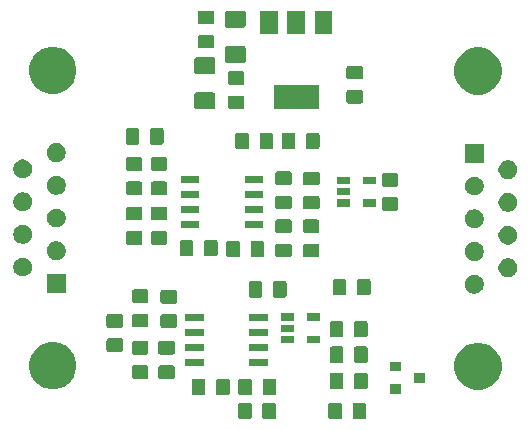
<source format=gbr>
G04 #@! TF.GenerationSoftware,KiCad,Pcbnew,(5.1.0)-1*
G04 #@! TF.CreationDate,2019-07-05T16:38:03+02:00*
G04 #@! TF.ProjectId,BSPD_SMD,42535044-5f53-44d4-942e-6b696361645f,rev?*
G04 #@! TF.SameCoordinates,Original*
G04 #@! TF.FileFunction,Soldermask,Top*
G04 #@! TF.FilePolarity,Negative*
%FSLAX46Y46*%
G04 Gerber Fmt 4.6, Leading zero omitted, Abs format (unit mm)*
G04 Created by KiCad (PCBNEW (5.1.0)-1) date 2019-07-05 16:38:03*
%MOMM*%
%LPD*%
G04 APERTURE LIST*
%ADD10C,0.100000*%
G04 APERTURE END LIST*
D10*
G36*
X87688522Y-146116039D02*
G01*
X87722057Y-146126212D01*
X87752956Y-146142728D01*
X87780043Y-146164957D01*
X87802272Y-146192044D01*
X87818788Y-146222943D01*
X87828961Y-146256478D01*
X87833000Y-146297487D01*
X87833000Y-147326513D01*
X87828961Y-147367522D01*
X87818788Y-147401057D01*
X87802272Y-147431956D01*
X87780043Y-147459043D01*
X87752956Y-147481272D01*
X87722057Y-147497788D01*
X87688522Y-147507961D01*
X87647513Y-147512000D01*
X86868487Y-147512000D01*
X86827478Y-147507961D01*
X86793943Y-147497788D01*
X86763044Y-147481272D01*
X86735957Y-147459043D01*
X86713728Y-147431956D01*
X86697212Y-147401057D01*
X86687039Y-147367522D01*
X86683000Y-147326513D01*
X86683000Y-146297487D01*
X86687039Y-146256478D01*
X86697212Y-146222943D01*
X86713728Y-146192044D01*
X86735957Y-146164957D01*
X86763044Y-146142728D01*
X86793943Y-146126212D01*
X86827478Y-146116039D01*
X86868487Y-146112000D01*
X87647513Y-146112000D01*
X87688522Y-146116039D01*
X87688522Y-146116039D01*
G37*
G36*
X85638522Y-146116039D02*
G01*
X85672057Y-146126212D01*
X85702956Y-146142728D01*
X85730043Y-146164957D01*
X85752272Y-146192044D01*
X85768788Y-146222943D01*
X85778961Y-146256478D01*
X85783000Y-146297487D01*
X85783000Y-147326513D01*
X85778961Y-147367522D01*
X85768788Y-147401057D01*
X85752272Y-147431956D01*
X85730043Y-147459043D01*
X85702956Y-147481272D01*
X85672057Y-147497788D01*
X85638522Y-147507961D01*
X85597513Y-147512000D01*
X84818487Y-147512000D01*
X84777478Y-147507961D01*
X84743943Y-147497788D01*
X84713044Y-147481272D01*
X84685957Y-147459043D01*
X84663728Y-147431956D01*
X84647212Y-147401057D01*
X84637039Y-147367522D01*
X84633000Y-147326513D01*
X84633000Y-146297487D01*
X84637039Y-146256478D01*
X84647212Y-146222943D01*
X84663728Y-146192044D01*
X84685957Y-146164957D01*
X84713044Y-146142728D01*
X84743943Y-146126212D01*
X84777478Y-146116039D01*
X84818487Y-146112000D01*
X85597513Y-146112000D01*
X85638522Y-146116039D01*
X85638522Y-146116039D01*
G37*
G36*
X80059522Y-146116039D02*
G01*
X80093057Y-146126212D01*
X80123956Y-146142728D01*
X80151043Y-146164957D01*
X80173272Y-146192044D01*
X80189788Y-146222943D01*
X80199961Y-146256478D01*
X80204000Y-146297487D01*
X80204000Y-147326513D01*
X80199961Y-147367522D01*
X80189788Y-147401057D01*
X80173272Y-147431956D01*
X80151043Y-147459043D01*
X80123956Y-147481272D01*
X80093057Y-147497788D01*
X80059522Y-147507961D01*
X80018513Y-147512000D01*
X79239487Y-147512000D01*
X79198478Y-147507961D01*
X79164943Y-147497788D01*
X79134044Y-147481272D01*
X79106957Y-147459043D01*
X79084728Y-147431956D01*
X79068212Y-147401057D01*
X79058039Y-147367522D01*
X79054000Y-147326513D01*
X79054000Y-146297487D01*
X79058039Y-146256478D01*
X79068212Y-146222943D01*
X79084728Y-146192044D01*
X79106957Y-146164957D01*
X79134044Y-146142728D01*
X79164943Y-146126212D01*
X79198478Y-146116039D01*
X79239487Y-146112000D01*
X80018513Y-146112000D01*
X80059522Y-146116039D01*
X80059522Y-146116039D01*
G37*
G36*
X78009522Y-146116039D02*
G01*
X78043057Y-146126212D01*
X78073956Y-146142728D01*
X78101043Y-146164957D01*
X78123272Y-146192044D01*
X78139788Y-146222943D01*
X78149961Y-146256478D01*
X78154000Y-146297487D01*
X78154000Y-147326513D01*
X78149961Y-147367522D01*
X78139788Y-147401057D01*
X78123272Y-147431956D01*
X78101043Y-147459043D01*
X78073956Y-147481272D01*
X78043057Y-147497788D01*
X78009522Y-147507961D01*
X77968513Y-147512000D01*
X77189487Y-147512000D01*
X77148478Y-147507961D01*
X77114943Y-147497788D01*
X77084044Y-147481272D01*
X77056957Y-147459043D01*
X77034728Y-147431956D01*
X77018212Y-147401057D01*
X77008039Y-147367522D01*
X77004000Y-147326513D01*
X77004000Y-146297487D01*
X77008039Y-146256478D01*
X77018212Y-146222943D01*
X77034728Y-146192044D01*
X77056957Y-146164957D01*
X77084044Y-146142728D01*
X77114943Y-146126212D01*
X77148478Y-146116039D01*
X77189487Y-146112000D01*
X77968513Y-146112000D01*
X78009522Y-146116039D01*
X78009522Y-146116039D01*
G37*
G36*
X74081522Y-144084039D02*
G01*
X74115057Y-144094212D01*
X74145956Y-144110728D01*
X74173043Y-144132957D01*
X74195272Y-144160044D01*
X74211788Y-144190943D01*
X74221961Y-144224478D01*
X74226000Y-144265487D01*
X74226000Y-145294513D01*
X74221961Y-145335522D01*
X74211788Y-145369057D01*
X74195272Y-145399956D01*
X74173043Y-145427043D01*
X74145956Y-145449272D01*
X74115057Y-145465788D01*
X74081522Y-145475961D01*
X74040513Y-145480000D01*
X73261487Y-145480000D01*
X73220478Y-145475961D01*
X73186943Y-145465788D01*
X73156044Y-145449272D01*
X73128957Y-145427043D01*
X73106728Y-145399956D01*
X73090212Y-145369057D01*
X73080039Y-145335522D01*
X73076000Y-145294513D01*
X73076000Y-144265487D01*
X73080039Y-144224478D01*
X73090212Y-144190943D01*
X73106728Y-144160044D01*
X73128957Y-144132957D01*
X73156044Y-144110728D01*
X73186943Y-144094212D01*
X73220478Y-144084039D01*
X73261487Y-144080000D01*
X74040513Y-144080000D01*
X74081522Y-144084039D01*
X74081522Y-144084039D01*
G37*
G36*
X76131522Y-144084039D02*
G01*
X76165057Y-144094212D01*
X76195956Y-144110728D01*
X76223043Y-144132957D01*
X76245272Y-144160044D01*
X76261788Y-144190943D01*
X76271961Y-144224478D01*
X76276000Y-144265487D01*
X76276000Y-145294513D01*
X76271961Y-145335522D01*
X76261788Y-145369057D01*
X76245272Y-145399956D01*
X76223043Y-145427043D01*
X76195956Y-145449272D01*
X76165057Y-145465788D01*
X76131522Y-145475961D01*
X76090513Y-145480000D01*
X75311487Y-145480000D01*
X75270478Y-145475961D01*
X75236943Y-145465788D01*
X75206044Y-145449272D01*
X75178957Y-145427043D01*
X75156728Y-145399956D01*
X75140212Y-145369057D01*
X75130039Y-145335522D01*
X75126000Y-145294513D01*
X75126000Y-144265487D01*
X75130039Y-144224478D01*
X75140212Y-144190943D01*
X75156728Y-144160044D01*
X75178957Y-144132957D01*
X75206044Y-144110728D01*
X75236943Y-144094212D01*
X75270478Y-144084039D01*
X75311487Y-144080000D01*
X76090513Y-144080000D01*
X76131522Y-144084039D01*
X76131522Y-144084039D01*
G37*
G36*
X78027522Y-144084039D02*
G01*
X78061057Y-144094212D01*
X78091956Y-144110728D01*
X78119043Y-144132957D01*
X78141272Y-144160044D01*
X78157788Y-144190943D01*
X78167961Y-144224478D01*
X78172000Y-144265487D01*
X78172000Y-145294513D01*
X78167961Y-145335522D01*
X78157788Y-145369057D01*
X78141272Y-145399956D01*
X78119043Y-145427043D01*
X78091956Y-145449272D01*
X78061057Y-145465788D01*
X78027522Y-145475961D01*
X77986513Y-145480000D01*
X77207487Y-145480000D01*
X77166478Y-145475961D01*
X77132943Y-145465788D01*
X77102044Y-145449272D01*
X77074957Y-145427043D01*
X77052728Y-145399956D01*
X77036212Y-145369057D01*
X77026039Y-145335522D01*
X77022000Y-145294513D01*
X77022000Y-144265487D01*
X77026039Y-144224478D01*
X77036212Y-144190943D01*
X77052728Y-144160044D01*
X77074957Y-144132957D01*
X77102044Y-144110728D01*
X77132943Y-144094212D01*
X77166478Y-144084039D01*
X77207487Y-144080000D01*
X77986513Y-144080000D01*
X78027522Y-144084039D01*
X78027522Y-144084039D01*
G37*
G36*
X80077522Y-144084039D02*
G01*
X80111057Y-144094212D01*
X80141956Y-144110728D01*
X80169043Y-144132957D01*
X80191272Y-144160044D01*
X80207788Y-144190943D01*
X80217961Y-144224478D01*
X80222000Y-144265487D01*
X80222000Y-145294513D01*
X80217961Y-145335522D01*
X80207788Y-145369057D01*
X80191272Y-145399956D01*
X80169043Y-145427043D01*
X80141956Y-145449272D01*
X80111057Y-145465788D01*
X80077522Y-145475961D01*
X80036513Y-145480000D01*
X79257487Y-145480000D01*
X79216478Y-145475961D01*
X79182943Y-145465788D01*
X79152044Y-145449272D01*
X79124957Y-145427043D01*
X79102728Y-145399956D01*
X79086212Y-145369057D01*
X79076039Y-145335522D01*
X79072000Y-145294513D01*
X79072000Y-144265487D01*
X79076039Y-144224478D01*
X79086212Y-144190943D01*
X79102728Y-144160044D01*
X79124957Y-144132957D01*
X79152044Y-144110728D01*
X79182943Y-144094212D01*
X79216478Y-144084039D01*
X79257487Y-144080000D01*
X80036513Y-144080000D01*
X80077522Y-144084039D01*
X80077522Y-144084039D01*
G37*
G36*
X90779000Y-145368000D02*
G01*
X89879000Y-145368000D01*
X89879000Y-144568000D01*
X90779000Y-144568000D01*
X90779000Y-145368000D01*
X90779000Y-145368000D01*
G37*
G36*
X97883377Y-141116858D02*
G01*
X98247353Y-141267622D01*
X98247355Y-141267623D01*
X98375937Y-141353539D01*
X98574925Y-141486498D01*
X98853502Y-141765075D01*
X98878701Y-141802788D01*
X99037175Y-142039961D01*
X99072378Y-142092647D01*
X99223142Y-142456623D01*
X99300000Y-142843016D01*
X99300000Y-143236984D01*
X99223142Y-143623377D01*
X99088048Y-143949522D01*
X99072377Y-143987355D01*
X99007775Y-144084039D01*
X98913937Y-144224478D01*
X98853501Y-144314926D01*
X98574926Y-144593501D01*
X98247355Y-144812377D01*
X98247354Y-144812378D01*
X98247353Y-144812378D01*
X97883377Y-144963142D01*
X97496984Y-145040000D01*
X97103016Y-145040000D01*
X96716623Y-144963142D01*
X96352647Y-144812378D01*
X96352646Y-144812378D01*
X96352645Y-144812377D01*
X96025074Y-144593501D01*
X95746499Y-144314926D01*
X95686064Y-144224478D01*
X95592225Y-144084039D01*
X95527623Y-143987355D01*
X95511952Y-143949522D01*
X95376858Y-143623377D01*
X95300000Y-143236984D01*
X95300000Y-142843016D01*
X95376858Y-142456623D01*
X95527622Y-142092647D01*
X95562826Y-142039961D01*
X95721299Y-141802788D01*
X95746498Y-141765075D01*
X96025075Y-141486498D01*
X96224063Y-141353539D01*
X96352645Y-141267623D01*
X96352647Y-141267622D01*
X96716623Y-141116858D01*
X97103016Y-141040000D01*
X97496984Y-141040000D01*
X97883377Y-141116858D01*
X97883377Y-141116858D01*
G37*
G36*
X61878377Y-141053858D02*
G01*
X62095996Y-141143999D01*
X62242355Y-141204623D01*
X62336641Y-141267623D01*
X62569925Y-141423498D01*
X62848502Y-141702075D01*
X62904760Y-141786272D01*
X63028043Y-141970777D01*
X63067378Y-142029647D01*
X63218142Y-142393623D01*
X63295000Y-142780016D01*
X63295000Y-143173984D01*
X63218142Y-143560377D01*
X63109774Y-143821999D01*
X63067377Y-143924355D01*
X62974556Y-144063272D01*
X62848502Y-144251925D01*
X62569925Y-144530502D01*
X62407251Y-144639197D01*
X62242355Y-144749377D01*
X62242354Y-144749378D01*
X62242353Y-144749378D01*
X61878377Y-144900142D01*
X61491984Y-144977000D01*
X61098016Y-144977000D01*
X60711623Y-144900142D01*
X60347647Y-144749378D01*
X60347646Y-144749378D01*
X60347645Y-144749377D01*
X60182749Y-144639197D01*
X60020075Y-144530502D01*
X59741498Y-144251925D01*
X59615444Y-144063272D01*
X59522623Y-143924355D01*
X59480226Y-143821999D01*
X59371858Y-143560377D01*
X59295000Y-143173984D01*
X59295000Y-142780016D01*
X59371858Y-142393623D01*
X59522622Y-142029647D01*
X59561958Y-141970777D01*
X59685240Y-141786272D01*
X59741498Y-141702075D01*
X60020075Y-141423498D01*
X60253359Y-141267623D01*
X60347645Y-141204623D01*
X60494004Y-141143999D01*
X60711623Y-141053858D01*
X61098016Y-140977000D01*
X61491984Y-140977000D01*
X61878377Y-141053858D01*
X61878377Y-141053858D01*
G37*
G36*
X87815522Y-143576039D02*
G01*
X87849057Y-143586212D01*
X87879956Y-143602728D01*
X87907043Y-143624957D01*
X87929272Y-143652044D01*
X87945788Y-143682943D01*
X87955961Y-143716478D01*
X87960000Y-143757487D01*
X87960000Y-144786513D01*
X87955961Y-144827522D01*
X87945788Y-144861057D01*
X87929272Y-144891956D01*
X87907043Y-144919043D01*
X87879956Y-144941272D01*
X87849057Y-144957788D01*
X87815522Y-144967961D01*
X87774513Y-144972000D01*
X86995487Y-144972000D01*
X86954478Y-144967961D01*
X86920943Y-144957788D01*
X86890044Y-144941272D01*
X86862957Y-144919043D01*
X86840728Y-144891956D01*
X86824212Y-144861057D01*
X86814039Y-144827522D01*
X86810000Y-144786513D01*
X86810000Y-143757487D01*
X86814039Y-143716478D01*
X86824212Y-143682943D01*
X86840728Y-143652044D01*
X86862957Y-143624957D01*
X86890044Y-143602728D01*
X86920943Y-143586212D01*
X86954478Y-143576039D01*
X86995487Y-143572000D01*
X87774513Y-143572000D01*
X87815522Y-143576039D01*
X87815522Y-143576039D01*
G37*
G36*
X85765522Y-143576039D02*
G01*
X85799057Y-143586212D01*
X85829956Y-143602728D01*
X85857043Y-143624957D01*
X85879272Y-143652044D01*
X85895788Y-143682943D01*
X85905961Y-143716478D01*
X85910000Y-143757487D01*
X85910000Y-144786513D01*
X85905961Y-144827522D01*
X85895788Y-144861057D01*
X85879272Y-144891956D01*
X85857043Y-144919043D01*
X85829956Y-144941272D01*
X85799057Y-144957788D01*
X85765522Y-144967961D01*
X85724513Y-144972000D01*
X84945487Y-144972000D01*
X84904478Y-144967961D01*
X84870943Y-144957788D01*
X84840044Y-144941272D01*
X84812957Y-144919043D01*
X84790728Y-144891956D01*
X84774212Y-144861057D01*
X84764039Y-144827522D01*
X84760000Y-144786513D01*
X84760000Y-143757487D01*
X84764039Y-143716478D01*
X84774212Y-143682943D01*
X84790728Y-143652044D01*
X84812957Y-143624957D01*
X84840044Y-143602728D01*
X84870943Y-143586212D01*
X84904478Y-143576039D01*
X84945487Y-143572000D01*
X85724513Y-143572000D01*
X85765522Y-143576039D01*
X85765522Y-143576039D01*
G37*
G36*
X92779000Y-144418000D02*
G01*
X91879000Y-144418000D01*
X91879000Y-143618000D01*
X92779000Y-143618000D01*
X92779000Y-144418000D01*
X92779000Y-144418000D01*
G37*
G36*
X71485022Y-142948039D02*
G01*
X71518557Y-142958212D01*
X71549456Y-142974728D01*
X71576543Y-142996957D01*
X71598772Y-143024044D01*
X71615288Y-143054943D01*
X71625461Y-143088478D01*
X71629500Y-143129487D01*
X71629500Y-143908513D01*
X71625461Y-143949522D01*
X71615288Y-143983057D01*
X71598772Y-144013956D01*
X71576543Y-144041043D01*
X71549456Y-144063272D01*
X71518557Y-144079788D01*
X71485022Y-144089961D01*
X71444013Y-144094000D01*
X70414987Y-144094000D01*
X70373978Y-144089961D01*
X70340443Y-144079788D01*
X70309544Y-144063272D01*
X70282457Y-144041043D01*
X70260228Y-144013956D01*
X70243712Y-143983057D01*
X70233539Y-143949522D01*
X70229500Y-143908513D01*
X70229500Y-143129487D01*
X70233539Y-143088478D01*
X70243712Y-143054943D01*
X70260228Y-143024044D01*
X70282457Y-142996957D01*
X70309544Y-142974728D01*
X70340443Y-142958212D01*
X70373978Y-142948039D01*
X70414987Y-142944000D01*
X71444013Y-142944000D01*
X71485022Y-142948039D01*
X71485022Y-142948039D01*
G37*
G36*
X69262522Y-142948039D02*
G01*
X69296057Y-142958212D01*
X69326956Y-142974728D01*
X69354043Y-142996957D01*
X69376272Y-143024044D01*
X69392788Y-143054943D01*
X69402961Y-143088478D01*
X69407000Y-143129487D01*
X69407000Y-143908513D01*
X69402961Y-143949522D01*
X69392788Y-143983057D01*
X69376272Y-144013956D01*
X69354043Y-144041043D01*
X69326956Y-144063272D01*
X69296057Y-144079788D01*
X69262522Y-144089961D01*
X69221513Y-144094000D01*
X68192487Y-144094000D01*
X68151478Y-144089961D01*
X68117943Y-144079788D01*
X68087044Y-144063272D01*
X68059957Y-144041043D01*
X68037728Y-144013956D01*
X68021212Y-143983057D01*
X68011039Y-143949522D01*
X68007000Y-143908513D01*
X68007000Y-143129487D01*
X68011039Y-143088478D01*
X68021212Y-143054943D01*
X68037728Y-143024044D01*
X68059957Y-142996957D01*
X68087044Y-142974728D01*
X68117943Y-142958212D01*
X68151478Y-142948039D01*
X68192487Y-142944000D01*
X69221513Y-142944000D01*
X69262522Y-142948039D01*
X69262522Y-142948039D01*
G37*
G36*
X90779000Y-143468000D02*
G01*
X89879000Y-143468000D01*
X89879000Y-142668000D01*
X90779000Y-142668000D01*
X90779000Y-143468000D01*
X90779000Y-143468000D01*
G37*
G36*
X79484500Y-142984500D02*
G01*
X77934500Y-142984500D01*
X77934500Y-142384500D01*
X79484500Y-142384500D01*
X79484500Y-142984500D01*
X79484500Y-142984500D01*
G37*
G36*
X74084500Y-142984500D02*
G01*
X72534500Y-142984500D01*
X72534500Y-142384500D01*
X74084500Y-142384500D01*
X74084500Y-142984500D01*
X74084500Y-142984500D01*
G37*
G36*
X87815522Y-141353539D02*
G01*
X87849057Y-141363712D01*
X87879956Y-141380228D01*
X87907043Y-141402457D01*
X87929272Y-141429544D01*
X87945788Y-141460443D01*
X87955961Y-141493978D01*
X87960000Y-141534987D01*
X87960000Y-142564013D01*
X87955961Y-142605022D01*
X87945788Y-142638557D01*
X87929272Y-142669456D01*
X87907043Y-142696543D01*
X87879956Y-142718772D01*
X87849057Y-142735288D01*
X87815522Y-142745461D01*
X87774513Y-142749500D01*
X86995487Y-142749500D01*
X86954478Y-142745461D01*
X86920943Y-142735288D01*
X86890044Y-142718772D01*
X86862957Y-142696543D01*
X86840728Y-142669456D01*
X86824212Y-142638557D01*
X86814039Y-142605022D01*
X86810000Y-142564013D01*
X86810000Y-141534987D01*
X86814039Y-141493978D01*
X86824212Y-141460443D01*
X86840728Y-141429544D01*
X86862957Y-141402457D01*
X86890044Y-141380228D01*
X86920943Y-141363712D01*
X86954478Y-141353539D01*
X86995487Y-141349500D01*
X87774513Y-141349500D01*
X87815522Y-141353539D01*
X87815522Y-141353539D01*
G37*
G36*
X85765522Y-141353539D02*
G01*
X85799057Y-141363712D01*
X85829956Y-141380228D01*
X85857043Y-141402457D01*
X85879272Y-141429544D01*
X85895788Y-141460443D01*
X85905961Y-141493978D01*
X85910000Y-141534987D01*
X85910000Y-142564013D01*
X85905961Y-142605022D01*
X85895788Y-142638557D01*
X85879272Y-142669456D01*
X85857043Y-142696543D01*
X85829956Y-142718772D01*
X85799057Y-142735288D01*
X85765522Y-142745461D01*
X85724513Y-142749500D01*
X84945487Y-142749500D01*
X84904478Y-142745461D01*
X84870943Y-142735288D01*
X84840044Y-142718772D01*
X84812957Y-142696543D01*
X84790728Y-142669456D01*
X84774212Y-142638557D01*
X84764039Y-142605022D01*
X84760000Y-142564013D01*
X84760000Y-141534987D01*
X84764039Y-141493978D01*
X84774212Y-141460443D01*
X84790728Y-141429544D01*
X84812957Y-141402457D01*
X84840044Y-141380228D01*
X84870943Y-141363712D01*
X84904478Y-141353539D01*
X84945487Y-141349500D01*
X85724513Y-141349500D01*
X85765522Y-141353539D01*
X85765522Y-141353539D01*
G37*
G36*
X71485022Y-140898039D02*
G01*
X71518557Y-140908212D01*
X71549456Y-140924728D01*
X71576543Y-140946957D01*
X71598772Y-140974044D01*
X71615288Y-141004943D01*
X71625461Y-141038478D01*
X71629500Y-141079487D01*
X71629500Y-141858513D01*
X71625461Y-141899522D01*
X71615288Y-141933057D01*
X71598772Y-141963956D01*
X71576543Y-141991043D01*
X71549456Y-142013272D01*
X71518557Y-142029788D01*
X71485022Y-142039961D01*
X71444013Y-142044000D01*
X70414987Y-142044000D01*
X70373978Y-142039961D01*
X70340443Y-142029788D01*
X70309544Y-142013272D01*
X70282457Y-141991043D01*
X70260228Y-141963956D01*
X70243712Y-141933057D01*
X70233539Y-141899522D01*
X70229500Y-141858513D01*
X70229500Y-141079487D01*
X70233539Y-141038478D01*
X70243712Y-141004943D01*
X70260228Y-140974044D01*
X70282457Y-140946957D01*
X70309544Y-140924728D01*
X70340443Y-140908212D01*
X70373978Y-140898039D01*
X70414987Y-140894000D01*
X71444013Y-140894000D01*
X71485022Y-140898039D01*
X71485022Y-140898039D01*
G37*
G36*
X69262522Y-140898039D02*
G01*
X69296057Y-140908212D01*
X69326956Y-140924728D01*
X69354043Y-140946957D01*
X69376272Y-140974044D01*
X69392788Y-141004943D01*
X69402961Y-141038478D01*
X69407000Y-141079487D01*
X69407000Y-141858513D01*
X69402961Y-141899522D01*
X69392788Y-141933057D01*
X69376272Y-141963956D01*
X69354043Y-141991043D01*
X69326956Y-142013272D01*
X69296057Y-142029788D01*
X69262522Y-142039961D01*
X69221513Y-142044000D01*
X68192487Y-142044000D01*
X68151478Y-142039961D01*
X68117943Y-142029788D01*
X68087044Y-142013272D01*
X68059957Y-141991043D01*
X68037728Y-141963956D01*
X68021212Y-141933057D01*
X68011039Y-141899522D01*
X68007000Y-141858513D01*
X68007000Y-141079487D01*
X68011039Y-141038478D01*
X68021212Y-141004943D01*
X68037728Y-140974044D01*
X68059957Y-140946957D01*
X68087044Y-140924728D01*
X68117943Y-140908212D01*
X68151478Y-140898039D01*
X68192487Y-140894000D01*
X69221513Y-140894000D01*
X69262522Y-140898039D01*
X69262522Y-140898039D01*
G37*
G36*
X67103522Y-140671039D02*
G01*
X67137057Y-140681212D01*
X67167956Y-140697728D01*
X67195043Y-140719957D01*
X67217272Y-140747044D01*
X67233788Y-140777943D01*
X67243961Y-140811478D01*
X67248000Y-140852487D01*
X67248000Y-141631513D01*
X67243961Y-141672522D01*
X67233788Y-141706057D01*
X67217272Y-141736956D01*
X67195043Y-141764043D01*
X67167956Y-141786272D01*
X67137057Y-141802788D01*
X67103522Y-141812961D01*
X67062513Y-141817000D01*
X66033487Y-141817000D01*
X65992478Y-141812961D01*
X65958943Y-141802788D01*
X65928044Y-141786272D01*
X65900957Y-141764043D01*
X65878728Y-141736956D01*
X65862212Y-141706057D01*
X65852039Y-141672522D01*
X65848000Y-141631513D01*
X65848000Y-140852487D01*
X65852039Y-140811478D01*
X65862212Y-140777943D01*
X65878728Y-140747044D01*
X65900957Y-140719957D01*
X65928044Y-140697728D01*
X65958943Y-140681212D01*
X65992478Y-140671039D01*
X66033487Y-140667000D01*
X67062513Y-140667000D01*
X67103522Y-140671039D01*
X67103522Y-140671039D01*
G37*
G36*
X79484500Y-141714500D02*
G01*
X77934500Y-141714500D01*
X77934500Y-141114500D01*
X79484500Y-141114500D01*
X79484500Y-141714500D01*
X79484500Y-141714500D01*
G37*
G36*
X74084500Y-141714500D02*
G01*
X72534500Y-141714500D01*
X72534500Y-141114500D01*
X74084500Y-141114500D01*
X74084500Y-141714500D01*
X74084500Y-141714500D01*
G37*
G36*
X83926000Y-141102000D02*
G01*
X82866000Y-141102000D01*
X82866000Y-140452000D01*
X83926000Y-140452000D01*
X83926000Y-141102000D01*
X83926000Y-141102000D01*
G37*
G36*
X81726000Y-141102000D02*
G01*
X80666000Y-141102000D01*
X80666000Y-140452000D01*
X81726000Y-140452000D01*
X81726000Y-141102000D01*
X81726000Y-141102000D01*
G37*
G36*
X87815522Y-139194539D02*
G01*
X87849057Y-139204712D01*
X87879956Y-139221228D01*
X87907043Y-139243457D01*
X87929272Y-139270544D01*
X87945788Y-139301443D01*
X87955961Y-139334978D01*
X87960000Y-139375987D01*
X87960000Y-140405013D01*
X87955961Y-140446022D01*
X87945788Y-140479557D01*
X87929272Y-140510456D01*
X87907043Y-140537543D01*
X87879956Y-140559772D01*
X87849057Y-140576288D01*
X87815522Y-140586461D01*
X87774513Y-140590500D01*
X86995487Y-140590500D01*
X86954478Y-140586461D01*
X86920943Y-140576288D01*
X86890044Y-140559772D01*
X86862957Y-140537543D01*
X86840728Y-140510456D01*
X86824212Y-140479557D01*
X86814039Y-140446022D01*
X86810000Y-140405013D01*
X86810000Y-139375987D01*
X86814039Y-139334978D01*
X86824212Y-139301443D01*
X86840728Y-139270544D01*
X86862957Y-139243457D01*
X86890044Y-139221228D01*
X86920943Y-139204712D01*
X86954478Y-139194539D01*
X86995487Y-139190500D01*
X87774513Y-139190500D01*
X87815522Y-139194539D01*
X87815522Y-139194539D01*
G37*
G36*
X85765522Y-139194539D02*
G01*
X85799057Y-139204712D01*
X85829956Y-139221228D01*
X85857043Y-139243457D01*
X85879272Y-139270544D01*
X85895788Y-139301443D01*
X85905961Y-139334978D01*
X85910000Y-139375987D01*
X85910000Y-140405013D01*
X85905961Y-140446022D01*
X85895788Y-140479557D01*
X85879272Y-140510456D01*
X85857043Y-140537543D01*
X85829956Y-140559772D01*
X85799057Y-140576288D01*
X85765522Y-140586461D01*
X85724513Y-140590500D01*
X84945487Y-140590500D01*
X84904478Y-140586461D01*
X84870943Y-140576288D01*
X84840044Y-140559772D01*
X84812957Y-140537543D01*
X84790728Y-140510456D01*
X84774212Y-140479557D01*
X84764039Y-140446022D01*
X84760000Y-140405013D01*
X84760000Y-139375987D01*
X84764039Y-139334978D01*
X84774212Y-139301443D01*
X84790728Y-139270544D01*
X84812957Y-139243457D01*
X84840044Y-139221228D01*
X84870943Y-139204712D01*
X84904478Y-139194539D01*
X84945487Y-139190500D01*
X85724513Y-139190500D01*
X85765522Y-139194539D01*
X85765522Y-139194539D01*
G37*
G36*
X79484500Y-140444500D02*
G01*
X77934500Y-140444500D01*
X77934500Y-139844500D01*
X79484500Y-139844500D01*
X79484500Y-140444500D01*
X79484500Y-140444500D01*
G37*
G36*
X74084500Y-140444500D02*
G01*
X72534500Y-140444500D01*
X72534500Y-139844500D01*
X74084500Y-139844500D01*
X74084500Y-140444500D01*
X74084500Y-140444500D01*
G37*
G36*
X81726000Y-140152000D02*
G01*
X80666000Y-140152000D01*
X80666000Y-139502000D01*
X81726000Y-139502000D01*
X81726000Y-140152000D01*
X81726000Y-140152000D01*
G37*
G36*
X71675522Y-138630039D02*
G01*
X71709057Y-138640212D01*
X71739956Y-138656728D01*
X71767043Y-138678957D01*
X71789272Y-138706044D01*
X71805788Y-138736943D01*
X71815961Y-138770478D01*
X71820000Y-138811487D01*
X71820000Y-139590513D01*
X71815961Y-139631522D01*
X71805788Y-139665057D01*
X71789272Y-139695956D01*
X71767043Y-139723043D01*
X71739956Y-139745272D01*
X71709057Y-139761788D01*
X71675522Y-139771961D01*
X71634513Y-139776000D01*
X70605487Y-139776000D01*
X70564478Y-139771961D01*
X70530943Y-139761788D01*
X70500044Y-139745272D01*
X70472957Y-139723043D01*
X70450728Y-139695956D01*
X70434212Y-139665057D01*
X70424039Y-139631522D01*
X70420000Y-139590513D01*
X70420000Y-138811487D01*
X70424039Y-138770478D01*
X70434212Y-138736943D01*
X70450728Y-138706044D01*
X70472957Y-138678957D01*
X70500044Y-138656728D01*
X70530943Y-138640212D01*
X70564478Y-138630039D01*
X70605487Y-138626000D01*
X71634513Y-138626000D01*
X71675522Y-138630039D01*
X71675522Y-138630039D01*
G37*
G36*
X67103522Y-138621039D02*
G01*
X67137057Y-138631212D01*
X67167956Y-138647728D01*
X67195043Y-138669957D01*
X67217272Y-138697044D01*
X67233788Y-138727943D01*
X67243961Y-138761478D01*
X67248000Y-138802487D01*
X67248000Y-139581513D01*
X67243961Y-139622522D01*
X67233788Y-139656057D01*
X67217272Y-139686956D01*
X67195043Y-139714043D01*
X67167956Y-139736272D01*
X67137057Y-139752788D01*
X67103522Y-139762961D01*
X67062513Y-139767000D01*
X66033487Y-139767000D01*
X65992478Y-139762961D01*
X65958943Y-139752788D01*
X65928044Y-139736272D01*
X65900957Y-139714043D01*
X65878728Y-139686956D01*
X65862212Y-139656057D01*
X65852039Y-139622522D01*
X65848000Y-139581513D01*
X65848000Y-138802487D01*
X65852039Y-138761478D01*
X65862212Y-138727943D01*
X65878728Y-138697044D01*
X65900957Y-138669957D01*
X65928044Y-138647728D01*
X65958943Y-138631212D01*
X65992478Y-138621039D01*
X66033487Y-138617000D01*
X67062513Y-138617000D01*
X67103522Y-138621039D01*
X67103522Y-138621039D01*
G37*
G36*
X69262522Y-138579239D02*
G01*
X69296057Y-138589412D01*
X69326956Y-138605928D01*
X69354043Y-138628157D01*
X69376272Y-138655244D01*
X69392788Y-138686143D01*
X69402961Y-138719678D01*
X69407000Y-138760687D01*
X69407000Y-139539713D01*
X69402961Y-139580722D01*
X69392788Y-139614257D01*
X69376272Y-139645156D01*
X69354043Y-139672243D01*
X69326956Y-139694472D01*
X69296057Y-139710988D01*
X69262522Y-139721161D01*
X69221513Y-139725200D01*
X68192487Y-139725200D01*
X68151478Y-139721161D01*
X68117943Y-139710988D01*
X68087044Y-139694472D01*
X68059957Y-139672243D01*
X68037728Y-139645156D01*
X68021212Y-139614257D01*
X68011039Y-139580722D01*
X68007000Y-139539713D01*
X68007000Y-138760687D01*
X68011039Y-138719678D01*
X68021212Y-138686143D01*
X68037728Y-138655244D01*
X68059957Y-138628157D01*
X68087044Y-138605928D01*
X68117943Y-138589412D01*
X68151478Y-138579239D01*
X68192487Y-138575200D01*
X69221513Y-138575200D01*
X69262522Y-138579239D01*
X69262522Y-138579239D01*
G37*
G36*
X81726000Y-139202000D02*
G01*
X80666000Y-139202000D01*
X80666000Y-138552000D01*
X81726000Y-138552000D01*
X81726000Y-139202000D01*
X81726000Y-139202000D01*
G37*
G36*
X83926000Y-139202000D02*
G01*
X82866000Y-139202000D01*
X82866000Y-138552000D01*
X83926000Y-138552000D01*
X83926000Y-139202000D01*
X83926000Y-139202000D01*
G37*
G36*
X74084500Y-139174500D02*
G01*
X72534500Y-139174500D01*
X72534500Y-138574500D01*
X74084500Y-138574500D01*
X74084500Y-139174500D01*
X74084500Y-139174500D01*
G37*
G36*
X79484500Y-139174500D02*
G01*
X77934500Y-139174500D01*
X77934500Y-138574500D01*
X79484500Y-138574500D01*
X79484500Y-139174500D01*
X79484500Y-139174500D01*
G37*
G36*
X71675522Y-136580039D02*
G01*
X71709057Y-136590212D01*
X71739956Y-136606728D01*
X71767043Y-136628957D01*
X71789272Y-136656044D01*
X71805788Y-136686943D01*
X71815961Y-136720478D01*
X71820000Y-136761487D01*
X71820000Y-137540513D01*
X71815961Y-137581522D01*
X71805788Y-137615057D01*
X71789272Y-137645956D01*
X71767043Y-137673043D01*
X71739956Y-137695272D01*
X71709057Y-137711788D01*
X71675522Y-137721961D01*
X71634513Y-137726000D01*
X70605487Y-137726000D01*
X70564478Y-137721961D01*
X70530943Y-137711788D01*
X70500044Y-137695272D01*
X70472957Y-137673043D01*
X70450728Y-137645956D01*
X70434212Y-137615057D01*
X70424039Y-137581522D01*
X70420000Y-137540513D01*
X70420000Y-136761487D01*
X70424039Y-136720478D01*
X70434212Y-136686943D01*
X70450728Y-136656044D01*
X70472957Y-136628957D01*
X70500044Y-136606728D01*
X70530943Y-136590212D01*
X70564478Y-136580039D01*
X70605487Y-136576000D01*
X71634513Y-136576000D01*
X71675522Y-136580039D01*
X71675522Y-136580039D01*
G37*
G36*
X69262522Y-136529239D02*
G01*
X69296057Y-136539412D01*
X69326956Y-136555928D01*
X69354043Y-136578157D01*
X69376272Y-136605244D01*
X69392788Y-136636143D01*
X69402961Y-136669678D01*
X69407000Y-136710687D01*
X69407000Y-137489713D01*
X69402961Y-137530722D01*
X69392788Y-137564257D01*
X69376272Y-137595156D01*
X69354043Y-137622243D01*
X69326956Y-137644472D01*
X69296057Y-137660988D01*
X69262522Y-137671161D01*
X69221513Y-137675200D01*
X68192487Y-137675200D01*
X68151478Y-137671161D01*
X68117943Y-137660988D01*
X68087044Y-137644472D01*
X68059957Y-137622243D01*
X68037728Y-137595156D01*
X68021212Y-137564257D01*
X68011039Y-137530722D01*
X68007000Y-137489713D01*
X68007000Y-136710687D01*
X68011039Y-136669678D01*
X68021212Y-136636143D01*
X68037728Y-136605244D01*
X68059957Y-136578157D01*
X68087044Y-136555928D01*
X68117943Y-136539412D01*
X68151478Y-136529239D01*
X68192487Y-136525200D01*
X69221513Y-136525200D01*
X69262522Y-136529239D01*
X69262522Y-136529239D01*
G37*
G36*
X80948522Y-135829039D02*
G01*
X80982057Y-135839212D01*
X81012956Y-135855728D01*
X81040043Y-135877957D01*
X81062272Y-135905044D01*
X81078788Y-135935943D01*
X81088961Y-135969478D01*
X81093000Y-136010487D01*
X81093000Y-137039513D01*
X81088961Y-137080522D01*
X81078788Y-137114057D01*
X81062272Y-137144956D01*
X81040043Y-137172043D01*
X81012956Y-137194272D01*
X80982057Y-137210788D01*
X80948522Y-137220961D01*
X80907513Y-137225000D01*
X80128487Y-137225000D01*
X80087478Y-137220961D01*
X80053943Y-137210788D01*
X80023044Y-137194272D01*
X79995957Y-137172043D01*
X79973728Y-137144956D01*
X79957212Y-137114057D01*
X79947039Y-137080522D01*
X79943000Y-137039513D01*
X79943000Y-136010487D01*
X79947039Y-135969478D01*
X79957212Y-135935943D01*
X79973728Y-135905044D01*
X79995957Y-135877957D01*
X80023044Y-135855728D01*
X80053943Y-135839212D01*
X80087478Y-135829039D01*
X80128487Y-135825000D01*
X80907513Y-135825000D01*
X80948522Y-135829039D01*
X80948522Y-135829039D01*
G37*
G36*
X78898522Y-135829039D02*
G01*
X78932057Y-135839212D01*
X78962956Y-135855728D01*
X78990043Y-135877957D01*
X79012272Y-135905044D01*
X79028788Y-135935943D01*
X79038961Y-135969478D01*
X79043000Y-136010487D01*
X79043000Y-137039513D01*
X79038961Y-137080522D01*
X79028788Y-137114057D01*
X79012272Y-137144956D01*
X78990043Y-137172043D01*
X78962956Y-137194272D01*
X78932057Y-137210788D01*
X78898522Y-137220961D01*
X78857513Y-137225000D01*
X78078487Y-137225000D01*
X78037478Y-137220961D01*
X78003943Y-137210788D01*
X77973044Y-137194272D01*
X77945957Y-137172043D01*
X77923728Y-137144956D01*
X77907212Y-137114057D01*
X77897039Y-137080522D01*
X77893000Y-137039513D01*
X77893000Y-136010487D01*
X77897039Y-135969478D01*
X77907212Y-135935943D01*
X77923728Y-135905044D01*
X77945957Y-135877957D01*
X77973044Y-135855728D01*
X78003943Y-135839212D01*
X78037478Y-135829039D01*
X78078487Y-135825000D01*
X78857513Y-135825000D01*
X78898522Y-135829039D01*
X78898522Y-135829039D01*
G37*
G36*
X86019522Y-135638539D02*
G01*
X86053057Y-135648712D01*
X86083956Y-135665228D01*
X86111043Y-135687457D01*
X86133272Y-135714544D01*
X86149788Y-135745443D01*
X86159961Y-135778978D01*
X86164000Y-135819987D01*
X86164000Y-136849013D01*
X86159961Y-136890022D01*
X86149788Y-136923557D01*
X86133272Y-136954456D01*
X86111043Y-136981543D01*
X86083956Y-137003772D01*
X86053057Y-137020288D01*
X86019522Y-137030461D01*
X85978513Y-137034500D01*
X85199487Y-137034500D01*
X85158478Y-137030461D01*
X85124943Y-137020288D01*
X85094044Y-137003772D01*
X85066957Y-136981543D01*
X85044728Y-136954456D01*
X85028212Y-136923557D01*
X85018039Y-136890022D01*
X85014000Y-136849013D01*
X85014000Y-135819987D01*
X85018039Y-135778978D01*
X85028212Y-135745443D01*
X85044728Y-135714544D01*
X85066957Y-135687457D01*
X85094044Y-135665228D01*
X85124943Y-135648712D01*
X85158478Y-135638539D01*
X85199487Y-135634500D01*
X85978513Y-135634500D01*
X86019522Y-135638539D01*
X86019522Y-135638539D01*
G37*
G36*
X88069522Y-135638539D02*
G01*
X88103057Y-135648712D01*
X88133956Y-135665228D01*
X88161043Y-135687457D01*
X88183272Y-135714544D01*
X88199788Y-135745443D01*
X88209961Y-135778978D01*
X88214000Y-135819987D01*
X88214000Y-136849013D01*
X88209961Y-136890022D01*
X88199788Y-136923557D01*
X88183272Y-136954456D01*
X88161043Y-136981543D01*
X88133956Y-137003772D01*
X88103057Y-137020288D01*
X88069522Y-137030461D01*
X88028513Y-137034500D01*
X87249487Y-137034500D01*
X87208478Y-137030461D01*
X87174943Y-137020288D01*
X87144044Y-137003772D01*
X87116957Y-136981543D01*
X87094728Y-136954456D01*
X87078212Y-136923557D01*
X87068039Y-136890022D01*
X87064000Y-136849013D01*
X87064000Y-135819987D01*
X87068039Y-135778978D01*
X87078212Y-135745443D01*
X87094728Y-135714544D01*
X87116957Y-135687457D01*
X87144044Y-135665228D01*
X87174943Y-135648712D01*
X87208478Y-135638539D01*
X87249487Y-135634500D01*
X88028513Y-135634500D01*
X88069522Y-135638539D01*
X88069522Y-135638539D01*
G37*
G36*
X97233351Y-135310743D02*
G01*
X97378941Y-135371048D01*
X97509970Y-135458599D01*
X97621401Y-135570030D01*
X97708952Y-135701059D01*
X97769257Y-135846649D01*
X97800000Y-136001206D01*
X97800000Y-136158794D01*
X97769257Y-136313351D01*
X97708952Y-136458941D01*
X97621401Y-136589970D01*
X97509970Y-136701401D01*
X97378941Y-136788952D01*
X97233351Y-136849257D01*
X97078794Y-136880000D01*
X96921206Y-136880000D01*
X96766649Y-136849257D01*
X96621059Y-136788952D01*
X96490030Y-136701401D01*
X96378599Y-136589970D01*
X96291048Y-136458941D01*
X96230743Y-136313351D01*
X96200000Y-136158794D01*
X96200000Y-136001206D01*
X96230743Y-135846649D01*
X96291048Y-135701059D01*
X96378599Y-135570030D01*
X96490030Y-135458599D01*
X96621059Y-135371048D01*
X96766649Y-135310743D01*
X96921206Y-135280000D01*
X97078794Y-135280000D01*
X97233351Y-135310743D01*
X97233351Y-135310743D01*
G37*
G36*
X62395000Y-136817000D02*
G01*
X60795000Y-136817000D01*
X60795000Y-135217000D01*
X62395000Y-135217000D01*
X62395000Y-136817000D01*
X62395000Y-136817000D01*
G37*
G36*
X100073351Y-133925743D02*
G01*
X100218941Y-133986048D01*
X100349970Y-134073599D01*
X100461401Y-134185030D01*
X100548952Y-134316059D01*
X100609257Y-134461649D01*
X100640000Y-134616206D01*
X100640000Y-134773794D01*
X100609257Y-134928351D01*
X100548952Y-135073941D01*
X100461401Y-135204970D01*
X100349970Y-135316401D01*
X100218941Y-135403952D01*
X100073351Y-135464257D01*
X99918794Y-135495000D01*
X99761206Y-135495000D01*
X99606649Y-135464257D01*
X99461059Y-135403952D01*
X99330030Y-135316401D01*
X99218599Y-135204970D01*
X99131048Y-135073941D01*
X99070743Y-134928351D01*
X99040000Y-134773794D01*
X99040000Y-134616206D01*
X99070743Y-134461649D01*
X99131048Y-134316059D01*
X99218599Y-134185030D01*
X99330030Y-134073599D01*
X99461059Y-133986048D01*
X99606649Y-133925743D01*
X99761206Y-133895000D01*
X99918794Y-133895000D01*
X100073351Y-133925743D01*
X100073351Y-133925743D01*
G37*
G36*
X58988351Y-133862743D02*
G01*
X59133941Y-133923048D01*
X59264970Y-134010599D01*
X59376401Y-134122030D01*
X59463952Y-134253059D01*
X59524257Y-134398649D01*
X59555000Y-134553206D01*
X59555000Y-134710794D01*
X59524257Y-134865351D01*
X59463952Y-135010941D01*
X59376401Y-135141970D01*
X59264970Y-135253401D01*
X59133941Y-135340952D01*
X58988351Y-135401257D01*
X58833794Y-135432000D01*
X58676206Y-135432000D01*
X58521649Y-135401257D01*
X58376059Y-135340952D01*
X58245030Y-135253401D01*
X58133599Y-135141970D01*
X58046048Y-135010941D01*
X57985743Y-134865351D01*
X57955000Y-134710794D01*
X57955000Y-134553206D01*
X57985743Y-134398649D01*
X58046048Y-134253059D01*
X58133599Y-134122030D01*
X58245030Y-134010599D01*
X58376059Y-133923048D01*
X58521649Y-133862743D01*
X58676206Y-133832000D01*
X58833794Y-133832000D01*
X58988351Y-133862743D01*
X58988351Y-133862743D01*
G37*
G36*
X97233351Y-132540743D02*
G01*
X97378941Y-132601048D01*
X97509970Y-132688599D01*
X97621401Y-132800030D01*
X97708952Y-132931059D01*
X97769257Y-133076649D01*
X97800000Y-133231206D01*
X97800000Y-133388794D01*
X97769257Y-133543351D01*
X97708952Y-133688941D01*
X97621401Y-133819970D01*
X97509970Y-133931401D01*
X97378941Y-134018952D01*
X97233351Y-134079257D01*
X97078794Y-134110000D01*
X96921206Y-134110000D01*
X96766649Y-134079257D01*
X96621059Y-134018952D01*
X96490030Y-133931401D01*
X96378599Y-133819970D01*
X96291048Y-133688941D01*
X96230743Y-133543351D01*
X96200000Y-133388794D01*
X96200000Y-133231206D01*
X96230743Y-133076649D01*
X96291048Y-132931059D01*
X96378599Y-132800030D01*
X96490030Y-132688599D01*
X96621059Y-132601048D01*
X96766649Y-132540743D01*
X96921206Y-132510000D01*
X97078794Y-132510000D01*
X97233351Y-132540743D01*
X97233351Y-132540743D01*
G37*
G36*
X61828351Y-132477743D02*
G01*
X61973941Y-132538048D01*
X62104970Y-132625599D01*
X62216401Y-132737030D01*
X62303952Y-132868059D01*
X62364257Y-133013649D01*
X62395000Y-133168206D01*
X62395000Y-133325794D01*
X62364257Y-133480351D01*
X62303952Y-133625941D01*
X62216401Y-133756970D01*
X62104970Y-133868401D01*
X61973941Y-133955952D01*
X61828351Y-134016257D01*
X61673794Y-134047000D01*
X61516206Y-134047000D01*
X61361649Y-134016257D01*
X61216059Y-133955952D01*
X61085030Y-133868401D01*
X60973599Y-133756970D01*
X60886048Y-133625941D01*
X60825743Y-133480351D01*
X60795000Y-133325794D01*
X60795000Y-133168206D01*
X60825743Y-133013649D01*
X60886048Y-132868059D01*
X60973599Y-132737030D01*
X61085030Y-132625599D01*
X61216059Y-132538048D01*
X61361649Y-132477743D01*
X61516206Y-132447000D01*
X61673794Y-132447000D01*
X61828351Y-132477743D01*
X61828351Y-132477743D01*
G37*
G36*
X81391022Y-132661039D02*
G01*
X81424557Y-132671212D01*
X81455456Y-132687728D01*
X81482543Y-132709957D01*
X81504772Y-132737044D01*
X81521288Y-132767943D01*
X81531461Y-132801478D01*
X81535500Y-132842487D01*
X81535500Y-133621513D01*
X81531461Y-133662522D01*
X81521288Y-133696057D01*
X81504772Y-133726956D01*
X81482543Y-133754043D01*
X81455456Y-133776272D01*
X81424557Y-133792788D01*
X81391022Y-133802961D01*
X81350013Y-133807000D01*
X80320987Y-133807000D01*
X80279978Y-133802961D01*
X80246443Y-133792788D01*
X80215544Y-133776272D01*
X80188457Y-133754043D01*
X80166228Y-133726956D01*
X80149712Y-133696057D01*
X80139539Y-133662522D01*
X80135500Y-133621513D01*
X80135500Y-132842487D01*
X80139539Y-132801478D01*
X80149712Y-132767943D01*
X80166228Y-132737044D01*
X80188457Y-132709957D01*
X80215544Y-132687728D01*
X80246443Y-132671212D01*
X80279978Y-132661039D01*
X80320987Y-132657000D01*
X81350013Y-132657000D01*
X81391022Y-132661039D01*
X81391022Y-132661039D01*
G37*
G36*
X83740522Y-132661039D02*
G01*
X83774057Y-132671212D01*
X83804956Y-132687728D01*
X83832043Y-132709957D01*
X83854272Y-132737044D01*
X83870788Y-132767943D01*
X83880961Y-132801478D01*
X83885000Y-132842487D01*
X83885000Y-133621513D01*
X83880961Y-133662522D01*
X83870788Y-133696057D01*
X83854272Y-133726956D01*
X83832043Y-133754043D01*
X83804956Y-133776272D01*
X83774057Y-133792788D01*
X83740522Y-133802961D01*
X83699513Y-133807000D01*
X82670487Y-133807000D01*
X82629478Y-133802961D01*
X82595943Y-133792788D01*
X82565044Y-133776272D01*
X82537957Y-133754043D01*
X82515728Y-133726956D01*
X82499212Y-133696057D01*
X82489039Y-133662522D01*
X82485000Y-133621513D01*
X82485000Y-132842487D01*
X82489039Y-132801478D01*
X82499212Y-132767943D01*
X82515728Y-132737044D01*
X82537957Y-132709957D01*
X82565044Y-132687728D01*
X82595943Y-132671212D01*
X82629478Y-132661039D01*
X82670487Y-132657000D01*
X83699513Y-132657000D01*
X83740522Y-132661039D01*
X83740522Y-132661039D01*
G37*
G36*
X77002522Y-132400039D02*
G01*
X77036057Y-132410212D01*
X77066956Y-132426728D01*
X77094043Y-132448957D01*
X77116272Y-132476044D01*
X77132788Y-132506943D01*
X77142961Y-132540478D01*
X77147000Y-132581487D01*
X77147000Y-133610513D01*
X77142961Y-133651522D01*
X77132788Y-133685057D01*
X77116272Y-133715956D01*
X77094043Y-133743043D01*
X77066956Y-133765272D01*
X77036057Y-133781788D01*
X77002522Y-133791961D01*
X76961513Y-133796000D01*
X76182487Y-133796000D01*
X76141478Y-133791961D01*
X76107943Y-133781788D01*
X76077044Y-133765272D01*
X76049957Y-133743043D01*
X76027728Y-133715956D01*
X76011212Y-133685057D01*
X76001039Y-133651522D01*
X75997000Y-133610513D01*
X75997000Y-132581487D01*
X76001039Y-132540478D01*
X76011212Y-132506943D01*
X76027728Y-132476044D01*
X76049957Y-132448957D01*
X76077044Y-132426728D01*
X76107943Y-132410212D01*
X76141478Y-132400039D01*
X76182487Y-132396000D01*
X76961513Y-132396000D01*
X77002522Y-132400039D01*
X77002522Y-132400039D01*
G37*
G36*
X79052522Y-132400039D02*
G01*
X79086057Y-132410212D01*
X79116956Y-132426728D01*
X79144043Y-132448957D01*
X79166272Y-132476044D01*
X79182788Y-132506943D01*
X79192961Y-132540478D01*
X79197000Y-132581487D01*
X79197000Y-133610513D01*
X79192961Y-133651522D01*
X79182788Y-133685057D01*
X79166272Y-133715956D01*
X79144043Y-133743043D01*
X79116956Y-133765272D01*
X79086057Y-133781788D01*
X79052522Y-133791961D01*
X79011513Y-133796000D01*
X78232487Y-133796000D01*
X78191478Y-133791961D01*
X78157943Y-133781788D01*
X78127044Y-133765272D01*
X78099957Y-133743043D01*
X78077728Y-133715956D01*
X78061212Y-133685057D01*
X78051039Y-133651522D01*
X78047000Y-133610513D01*
X78047000Y-132581487D01*
X78051039Y-132540478D01*
X78061212Y-132506943D01*
X78077728Y-132476044D01*
X78099957Y-132448957D01*
X78127044Y-132426728D01*
X78157943Y-132410212D01*
X78191478Y-132400039D01*
X78232487Y-132396000D01*
X79011513Y-132396000D01*
X79052522Y-132400039D01*
X79052522Y-132400039D01*
G37*
G36*
X75115522Y-132336539D02*
G01*
X75149057Y-132346712D01*
X75179956Y-132363228D01*
X75207043Y-132385457D01*
X75229272Y-132412544D01*
X75245788Y-132443443D01*
X75255961Y-132476978D01*
X75260000Y-132517987D01*
X75260000Y-133547013D01*
X75255961Y-133588022D01*
X75245788Y-133621557D01*
X75229272Y-133652456D01*
X75207043Y-133679543D01*
X75179956Y-133701772D01*
X75149057Y-133718288D01*
X75115522Y-133728461D01*
X75074513Y-133732500D01*
X74295487Y-133732500D01*
X74254478Y-133728461D01*
X74220943Y-133718288D01*
X74190044Y-133701772D01*
X74162957Y-133679543D01*
X74140728Y-133652456D01*
X74124212Y-133621557D01*
X74114039Y-133588022D01*
X74110000Y-133547013D01*
X74110000Y-132517987D01*
X74114039Y-132476978D01*
X74124212Y-132443443D01*
X74140728Y-132412544D01*
X74162957Y-132385457D01*
X74190044Y-132363228D01*
X74220943Y-132346712D01*
X74254478Y-132336539D01*
X74295487Y-132332500D01*
X75074513Y-132332500D01*
X75115522Y-132336539D01*
X75115522Y-132336539D01*
G37*
G36*
X73065522Y-132336539D02*
G01*
X73099057Y-132346712D01*
X73129956Y-132363228D01*
X73157043Y-132385457D01*
X73179272Y-132412544D01*
X73195788Y-132443443D01*
X73205961Y-132476978D01*
X73210000Y-132517987D01*
X73210000Y-133547013D01*
X73205961Y-133588022D01*
X73195788Y-133621557D01*
X73179272Y-133652456D01*
X73157043Y-133679543D01*
X73129956Y-133701772D01*
X73099057Y-133718288D01*
X73065522Y-133728461D01*
X73024513Y-133732500D01*
X72245487Y-133732500D01*
X72204478Y-133728461D01*
X72170943Y-133718288D01*
X72140044Y-133701772D01*
X72112957Y-133679543D01*
X72090728Y-133652456D01*
X72074212Y-133621557D01*
X72064039Y-133588022D01*
X72060000Y-133547013D01*
X72060000Y-132517987D01*
X72064039Y-132476978D01*
X72074212Y-132443443D01*
X72090728Y-132412544D01*
X72112957Y-132385457D01*
X72140044Y-132363228D01*
X72170943Y-132346712D01*
X72204478Y-132336539D01*
X72245487Y-132332500D01*
X73024513Y-132332500D01*
X73065522Y-132336539D01*
X73065522Y-132336539D01*
G37*
G36*
X68754522Y-131594239D02*
G01*
X68788057Y-131604412D01*
X68818956Y-131620928D01*
X68846043Y-131643157D01*
X68868272Y-131670244D01*
X68884788Y-131701143D01*
X68894961Y-131734678D01*
X68899000Y-131775687D01*
X68899000Y-132554713D01*
X68894961Y-132595722D01*
X68884788Y-132629257D01*
X68868272Y-132660156D01*
X68846043Y-132687243D01*
X68818956Y-132709472D01*
X68788057Y-132725988D01*
X68754522Y-132736161D01*
X68713513Y-132740200D01*
X67684487Y-132740200D01*
X67643478Y-132736161D01*
X67609943Y-132725988D01*
X67579044Y-132709472D01*
X67551957Y-132687243D01*
X67529728Y-132660156D01*
X67513212Y-132629257D01*
X67503039Y-132595722D01*
X67499000Y-132554713D01*
X67499000Y-131775687D01*
X67503039Y-131734678D01*
X67513212Y-131701143D01*
X67529728Y-131670244D01*
X67551957Y-131643157D01*
X67579044Y-131620928D01*
X67609943Y-131604412D01*
X67643478Y-131594239D01*
X67684487Y-131590200D01*
X68713513Y-131590200D01*
X68754522Y-131594239D01*
X68754522Y-131594239D01*
G37*
G36*
X70850022Y-131581539D02*
G01*
X70883557Y-131591712D01*
X70914456Y-131608228D01*
X70941543Y-131630457D01*
X70963772Y-131657544D01*
X70980288Y-131688443D01*
X70990461Y-131721978D01*
X70994500Y-131762987D01*
X70994500Y-132542013D01*
X70990461Y-132583022D01*
X70980288Y-132616557D01*
X70963772Y-132647456D01*
X70941543Y-132674543D01*
X70914456Y-132696772D01*
X70883557Y-132713288D01*
X70850022Y-132723461D01*
X70809013Y-132727500D01*
X69779987Y-132727500D01*
X69738978Y-132723461D01*
X69705443Y-132713288D01*
X69674544Y-132696772D01*
X69647457Y-132674543D01*
X69625228Y-132647456D01*
X69608712Y-132616557D01*
X69598539Y-132583022D01*
X69594500Y-132542013D01*
X69594500Y-131762987D01*
X69598539Y-131721978D01*
X69608712Y-131688443D01*
X69625228Y-131657544D01*
X69647457Y-131630457D01*
X69674544Y-131608228D01*
X69705443Y-131591712D01*
X69738978Y-131581539D01*
X69779987Y-131577500D01*
X70809013Y-131577500D01*
X70850022Y-131581539D01*
X70850022Y-131581539D01*
G37*
G36*
X100073351Y-131155743D02*
G01*
X100218941Y-131216048D01*
X100349970Y-131303599D01*
X100461401Y-131415030D01*
X100548952Y-131546059D01*
X100609257Y-131691649D01*
X100640000Y-131846206D01*
X100640000Y-132003794D01*
X100609257Y-132158351D01*
X100548952Y-132303941D01*
X100461401Y-132434970D01*
X100349970Y-132546401D01*
X100218941Y-132633952D01*
X100073351Y-132694257D01*
X99918794Y-132725000D01*
X99761206Y-132725000D01*
X99606649Y-132694257D01*
X99461059Y-132633952D01*
X99330030Y-132546401D01*
X99218599Y-132434970D01*
X99131048Y-132303941D01*
X99070743Y-132158351D01*
X99040000Y-132003794D01*
X99040000Y-131846206D01*
X99070743Y-131691649D01*
X99131048Y-131546059D01*
X99218599Y-131415030D01*
X99330030Y-131303599D01*
X99461059Y-131216048D01*
X99606649Y-131155743D01*
X99761206Y-131125000D01*
X99918794Y-131125000D01*
X100073351Y-131155743D01*
X100073351Y-131155743D01*
G37*
G36*
X58988351Y-131092743D02*
G01*
X59133941Y-131153048D01*
X59264970Y-131240599D01*
X59376401Y-131352030D01*
X59463952Y-131483059D01*
X59524257Y-131628649D01*
X59555000Y-131783206D01*
X59555000Y-131940794D01*
X59524257Y-132095351D01*
X59463952Y-132240941D01*
X59376401Y-132371970D01*
X59264970Y-132483401D01*
X59133941Y-132570952D01*
X58988351Y-132631257D01*
X58833794Y-132662000D01*
X58676206Y-132662000D01*
X58521649Y-132631257D01*
X58376059Y-132570952D01*
X58245030Y-132483401D01*
X58133599Y-132371970D01*
X58046048Y-132240941D01*
X57985743Y-132095351D01*
X57955000Y-131940794D01*
X57955000Y-131783206D01*
X57985743Y-131628649D01*
X58046048Y-131483059D01*
X58133599Y-131352030D01*
X58245030Y-131240599D01*
X58376059Y-131153048D01*
X58521649Y-131092743D01*
X58676206Y-131062000D01*
X58833794Y-131062000D01*
X58988351Y-131092743D01*
X58988351Y-131092743D01*
G37*
G36*
X83740522Y-130611039D02*
G01*
X83774057Y-130621212D01*
X83804956Y-130637728D01*
X83832043Y-130659957D01*
X83854272Y-130687044D01*
X83870788Y-130717943D01*
X83880961Y-130751478D01*
X83885000Y-130792487D01*
X83885000Y-131571513D01*
X83880961Y-131612522D01*
X83870788Y-131646057D01*
X83854272Y-131676956D01*
X83832043Y-131704043D01*
X83804956Y-131726272D01*
X83774057Y-131742788D01*
X83740522Y-131752961D01*
X83699513Y-131757000D01*
X82670487Y-131757000D01*
X82629478Y-131752961D01*
X82595943Y-131742788D01*
X82565044Y-131726272D01*
X82537957Y-131704043D01*
X82515728Y-131676956D01*
X82499212Y-131646057D01*
X82489039Y-131612522D01*
X82485000Y-131571513D01*
X82485000Y-130792487D01*
X82489039Y-130751478D01*
X82499212Y-130717943D01*
X82515728Y-130687044D01*
X82537957Y-130659957D01*
X82565044Y-130637728D01*
X82595943Y-130621212D01*
X82629478Y-130611039D01*
X82670487Y-130607000D01*
X83699513Y-130607000D01*
X83740522Y-130611039D01*
X83740522Y-130611039D01*
G37*
G36*
X81391022Y-130611039D02*
G01*
X81424557Y-130621212D01*
X81455456Y-130637728D01*
X81482543Y-130659957D01*
X81504772Y-130687044D01*
X81521288Y-130717943D01*
X81531461Y-130751478D01*
X81535500Y-130792487D01*
X81535500Y-131571513D01*
X81531461Y-131612522D01*
X81521288Y-131646057D01*
X81504772Y-131676956D01*
X81482543Y-131704043D01*
X81455456Y-131726272D01*
X81424557Y-131742788D01*
X81391022Y-131752961D01*
X81350013Y-131757000D01*
X80320987Y-131757000D01*
X80279978Y-131752961D01*
X80246443Y-131742788D01*
X80215544Y-131726272D01*
X80188457Y-131704043D01*
X80166228Y-131676956D01*
X80149712Y-131646057D01*
X80139539Y-131612522D01*
X80135500Y-131571513D01*
X80135500Y-130792487D01*
X80139539Y-130751478D01*
X80149712Y-130717943D01*
X80166228Y-130687044D01*
X80188457Y-130659957D01*
X80215544Y-130637728D01*
X80246443Y-130621212D01*
X80279978Y-130611039D01*
X80320987Y-130607000D01*
X81350013Y-130607000D01*
X81391022Y-130611039D01*
X81391022Y-130611039D01*
G37*
G36*
X79103500Y-131364000D02*
G01*
X77553500Y-131364000D01*
X77553500Y-130764000D01*
X79103500Y-130764000D01*
X79103500Y-131364000D01*
X79103500Y-131364000D01*
G37*
G36*
X73703500Y-131364000D02*
G01*
X72153500Y-131364000D01*
X72153500Y-130764000D01*
X73703500Y-130764000D01*
X73703500Y-131364000D01*
X73703500Y-131364000D01*
G37*
G36*
X97233351Y-129770743D02*
G01*
X97378941Y-129831048D01*
X97509970Y-129918599D01*
X97621401Y-130030030D01*
X97708952Y-130161059D01*
X97769257Y-130306649D01*
X97800000Y-130461206D01*
X97800000Y-130618794D01*
X97769257Y-130773351D01*
X97708952Y-130918941D01*
X97621401Y-131049970D01*
X97509970Y-131161401D01*
X97378941Y-131248952D01*
X97233351Y-131309257D01*
X97078794Y-131340000D01*
X96921206Y-131340000D01*
X96766649Y-131309257D01*
X96621059Y-131248952D01*
X96490030Y-131161401D01*
X96378599Y-131049970D01*
X96291048Y-130918941D01*
X96230743Y-130773351D01*
X96200000Y-130618794D01*
X96200000Y-130461206D01*
X96230743Y-130306649D01*
X96291048Y-130161059D01*
X96378599Y-130030030D01*
X96490030Y-129918599D01*
X96621059Y-129831048D01*
X96766649Y-129770743D01*
X96921206Y-129740000D01*
X97078794Y-129740000D01*
X97233351Y-129770743D01*
X97233351Y-129770743D01*
G37*
G36*
X61828351Y-129707743D02*
G01*
X61973941Y-129768048D01*
X62104970Y-129855599D01*
X62216401Y-129967030D01*
X62303952Y-130098059D01*
X62364257Y-130243649D01*
X62395000Y-130398206D01*
X62395000Y-130555794D01*
X62364257Y-130710351D01*
X62303952Y-130855941D01*
X62216401Y-130986970D01*
X62104970Y-131098401D01*
X61973941Y-131185952D01*
X61828351Y-131246257D01*
X61673794Y-131277000D01*
X61516206Y-131277000D01*
X61361649Y-131246257D01*
X61216059Y-131185952D01*
X61085030Y-131098401D01*
X60973599Y-130986970D01*
X60886048Y-130855941D01*
X60825743Y-130710351D01*
X60795000Y-130555794D01*
X60795000Y-130398206D01*
X60825743Y-130243649D01*
X60886048Y-130098059D01*
X60973599Y-129967030D01*
X61085030Y-129855599D01*
X61216059Y-129768048D01*
X61361649Y-129707743D01*
X61516206Y-129677000D01*
X61673794Y-129677000D01*
X61828351Y-129707743D01*
X61828351Y-129707743D01*
G37*
G36*
X68754522Y-129544239D02*
G01*
X68788057Y-129554412D01*
X68818956Y-129570928D01*
X68846043Y-129593157D01*
X68868272Y-129620244D01*
X68884788Y-129651143D01*
X68894961Y-129684678D01*
X68899000Y-129725687D01*
X68899000Y-130504713D01*
X68894961Y-130545722D01*
X68884788Y-130579257D01*
X68868272Y-130610156D01*
X68846043Y-130637243D01*
X68818956Y-130659472D01*
X68788057Y-130675988D01*
X68754522Y-130686161D01*
X68713513Y-130690200D01*
X67684487Y-130690200D01*
X67643478Y-130686161D01*
X67609943Y-130675988D01*
X67579044Y-130659472D01*
X67551957Y-130637243D01*
X67529728Y-130610156D01*
X67513212Y-130579257D01*
X67503039Y-130545722D01*
X67499000Y-130504713D01*
X67499000Y-129725687D01*
X67503039Y-129684678D01*
X67513212Y-129651143D01*
X67529728Y-129620244D01*
X67551957Y-129593157D01*
X67579044Y-129570928D01*
X67609943Y-129554412D01*
X67643478Y-129544239D01*
X67684487Y-129540200D01*
X68713513Y-129540200D01*
X68754522Y-129544239D01*
X68754522Y-129544239D01*
G37*
G36*
X70850022Y-129531539D02*
G01*
X70883557Y-129541712D01*
X70914456Y-129558228D01*
X70941543Y-129580457D01*
X70963772Y-129607544D01*
X70980288Y-129638443D01*
X70990461Y-129671978D01*
X70994500Y-129712987D01*
X70994500Y-130492013D01*
X70990461Y-130533022D01*
X70980288Y-130566557D01*
X70963772Y-130597456D01*
X70941543Y-130624543D01*
X70914456Y-130646772D01*
X70883557Y-130663288D01*
X70850022Y-130673461D01*
X70809013Y-130677500D01*
X69779987Y-130677500D01*
X69738978Y-130673461D01*
X69705443Y-130663288D01*
X69674544Y-130646772D01*
X69647457Y-130624543D01*
X69625228Y-130597456D01*
X69608712Y-130566557D01*
X69598539Y-130533022D01*
X69594500Y-130492013D01*
X69594500Y-129712987D01*
X69598539Y-129671978D01*
X69608712Y-129638443D01*
X69625228Y-129607544D01*
X69647457Y-129580457D01*
X69674544Y-129558228D01*
X69705443Y-129541712D01*
X69738978Y-129531539D01*
X69779987Y-129527500D01*
X70809013Y-129527500D01*
X70850022Y-129531539D01*
X70850022Y-129531539D01*
G37*
G36*
X73703500Y-130094000D02*
G01*
X72153500Y-130094000D01*
X72153500Y-129494000D01*
X73703500Y-129494000D01*
X73703500Y-130094000D01*
X73703500Y-130094000D01*
G37*
G36*
X79103500Y-130094000D02*
G01*
X77553500Y-130094000D01*
X77553500Y-129494000D01*
X79103500Y-129494000D01*
X79103500Y-130094000D01*
X79103500Y-130094000D01*
G37*
G36*
X100073351Y-128385743D02*
G01*
X100218941Y-128446048D01*
X100349970Y-128533599D01*
X100461401Y-128645030D01*
X100548952Y-128776059D01*
X100609257Y-128921649D01*
X100640000Y-129076206D01*
X100640000Y-129233794D01*
X100609257Y-129388351D01*
X100548952Y-129533941D01*
X100461401Y-129664970D01*
X100349970Y-129776401D01*
X100218941Y-129863952D01*
X100073351Y-129924257D01*
X99918794Y-129955000D01*
X99761206Y-129955000D01*
X99606649Y-129924257D01*
X99461059Y-129863952D01*
X99330030Y-129776401D01*
X99218599Y-129664970D01*
X99131048Y-129533941D01*
X99070743Y-129388351D01*
X99040000Y-129233794D01*
X99040000Y-129076206D01*
X99070743Y-128921649D01*
X99131048Y-128776059D01*
X99218599Y-128645030D01*
X99330030Y-128533599D01*
X99461059Y-128446048D01*
X99606649Y-128385743D01*
X99761206Y-128355000D01*
X99918794Y-128355000D01*
X100073351Y-128385743D01*
X100073351Y-128385743D01*
G37*
G36*
X58988351Y-128322743D02*
G01*
X59133941Y-128383048D01*
X59264970Y-128470599D01*
X59376401Y-128582030D01*
X59463952Y-128713059D01*
X59524257Y-128858649D01*
X59555000Y-129013206D01*
X59555000Y-129170794D01*
X59524257Y-129325351D01*
X59463952Y-129470941D01*
X59376401Y-129601970D01*
X59264970Y-129713401D01*
X59133941Y-129800952D01*
X58988351Y-129861257D01*
X58833794Y-129892000D01*
X58676206Y-129892000D01*
X58521649Y-129861257D01*
X58376059Y-129800952D01*
X58245030Y-129713401D01*
X58133599Y-129601970D01*
X58046048Y-129470941D01*
X57985743Y-129325351D01*
X57955000Y-129170794D01*
X57955000Y-129013206D01*
X57985743Y-128858649D01*
X58046048Y-128713059D01*
X58133599Y-128582030D01*
X58245030Y-128470599D01*
X58376059Y-128383048D01*
X58521649Y-128322743D01*
X58676206Y-128292000D01*
X58833794Y-128292000D01*
X58988351Y-128322743D01*
X58988351Y-128322743D01*
G37*
G36*
X90408022Y-128724039D02*
G01*
X90441557Y-128734212D01*
X90472456Y-128750728D01*
X90499543Y-128772957D01*
X90521772Y-128800044D01*
X90538288Y-128830943D01*
X90548461Y-128864478D01*
X90552500Y-128905487D01*
X90552500Y-129684513D01*
X90548461Y-129725522D01*
X90538288Y-129759057D01*
X90521772Y-129789956D01*
X90499543Y-129817043D01*
X90472456Y-129839272D01*
X90441557Y-129855788D01*
X90408022Y-129865961D01*
X90367013Y-129870000D01*
X89337987Y-129870000D01*
X89296978Y-129865961D01*
X89263443Y-129855788D01*
X89232544Y-129839272D01*
X89205457Y-129817043D01*
X89183228Y-129789956D01*
X89166712Y-129759057D01*
X89156539Y-129725522D01*
X89152500Y-129684513D01*
X89152500Y-128905487D01*
X89156539Y-128864478D01*
X89166712Y-128830943D01*
X89183228Y-128800044D01*
X89205457Y-128772957D01*
X89232544Y-128750728D01*
X89263443Y-128734212D01*
X89296978Y-128724039D01*
X89337987Y-128720000D01*
X90367013Y-128720000D01*
X90408022Y-128724039D01*
X90408022Y-128724039D01*
G37*
G36*
X83745522Y-128614039D02*
G01*
X83779057Y-128624212D01*
X83809956Y-128640728D01*
X83837043Y-128662957D01*
X83859272Y-128690044D01*
X83875788Y-128720943D01*
X83885961Y-128754478D01*
X83890000Y-128795487D01*
X83890000Y-129574513D01*
X83885961Y-129615522D01*
X83875788Y-129649057D01*
X83859272Y-129679956D01*
X83837043Y-129707043D01*
X83809956Y-129729272D01*
X83779057Y-129745788D01*
X83745522Y-129755961D01*
X83704513Y-129760000D01*
X82675487Y-129760000D01*
X82634478Y-129755961D01*
X82600943Y-129745788D01*
X82570044Y-129729272D01*
X82542957Y-129707043D01*
X82520728Y-129679956D01*
X82504212Y-129649057D01*
X82494039Y-129615522D01*
X82490000Y-129574513D01*
X82490000Y-128795487D01*
X82494039Y-128754478D01*
X82504212Y-128720943D01*
X82520728Y-128690044D01*
X82542957Y-128662957D01*
X82570044Y-128640728D01*
X82600943Y-128624212D01*
X82634478Y-128614039D01*
X82675487Y-128610000D01*
X83704513Y-128610000D01*
X83745522Y-128614039D01*
X83745522Y-128614039D01*
G37*
G36*
X81391022Y-128588039D02*
G01*
X81424557Y-128598212D01*
X81455456Y-128614728D01*
X81482543Y-128636957D01*
X81504772Y-128664044D01*
X81521288Y-128694943D01*
X81531461Y-128728478D01*
X81535500Y-128769487D01*
X81535500Y-129548513D01*
X81531461Y-129589522D01*
X81521288Y-129623057D01*
X81504772Y-129653956D01*
X81482543Y-129681043D01*
X81455456Y-129703272D01*
X81424557Y-129719788D01*
X81391022Y-129729961D01*
X81350013Y-129734000D01*
X80320987Y-129734000D01*
X80279978Y-129729961D01*
X80246443Y-129719788D01*
X80215544Y-129703272D01*
X80188457Y-129681043D01*
X80166228Y-129653956D01*
X80149712Y-129623057D01*
X80139539Y-129589522D01*
X80135500Y-129548513D01*
X80135500Y-128769487D01*
X80139539Y-128728478D01*
X80149712Y-128694943D01*
X80166228Y-128664044D01*
X80188457Y-128636957D01*
X80215544Y-128614728D01*
X80246443Y-128598212D01*
X80279978Y-128588039D01*
X80320987Y-128584000D01*
X81350013Y-128584000D01*
X81391022Y-128588039D01*
X81391022Y-128588039D01*
G37*
G36*
X86440000Y-129525000D02*
G01*
X85380000Y-129525000D01*
X85380000Y-128875000D01*
X86440000Y-128875000D01*
X86440000Y-129525000D01*
X86440000Y-129525000D01*
G37*
G36*
X88640000Y-129525000D02*
G01*
X87580000Y-129525000D01*
X87580000Y-128875000D01*
X88640000Y-128875000D01*
X88640000Y-129525000D01*
X88640000Y-129525000D01*
G37*
G36*
X79103500Y-128824000D02*
G01*
X77553500Y-128824000D01*
X77553500Y-128224000D01*
X79103500Y-128224000D01*
X79103500Y-128824000D01*
X79103500Y-128824000D01*
G37*
G36*
X73703500Y-128824000D02*
G01*
X72153500Y-128824000D01*
X72153500Y-128224000D01*
X73703500Y-128224000D01*
X73703500Y-128824000D01*
X73703500Y-128824000D01*
G37*
G36*
X86440000Y-128575000D02*
G01*
X85380000Y-128575000D01*
X85380000Y-127925000D01*
X86440000Y-127925000D01*
X86440000Y-128575000D01*
X86440000Y-128575000D01*
G37*
G36*
X97233351Y-127000743D02*
G01*
X97378941Y-127061048D01*
X97509970Y-127148599D01*
X97621401Y-127260030D01*
X97708952Y-127391059D01*
X97769257Y-127536649D01*
X97800000Y-127691206D01*
X97800000Y-127848794D01*
X97769257Y-128003351D01*
X97708952Y-128148941D01*
X97621401Y-128279970D01*
X97509970Y-128391401D01*
X97378941Y-128478952D01*
X97233351Y-128539257D01*
X97078794Y-128570000D01*
X96921206Y-128570000D01*
X96766649Y-128539257D01*
X96621059Y-128478952D01*
X96490030Y-128391401D01*
X96378599Y-128279970D01*
X96291048Y-128148941D01*
X96230743Y-128003351D01*
X96200000Y-127848794D01*
X96200000Y-127691206D01*
X96230743Y-127536649D01*
X96291048Y-127391059D01*
X96378599Y-127260030D01*
X96490030Y-127148599D01*
X96621059Y-127061048D01*
X96766649Y-127000743D01*
X96921206Y-126970000D01*
X97078794Y-126970000D01*
X97233351Y-127000743D01*
X97233351Y-127000743D01*
G37*
G36*
X68754522Y-127390539D02*
G01*
X68788057Y-127400712D01*
X68818956Y-127417228D01*
X68846043Y-127439457D01*
X68868272Y-127466544D01*
X68884788Y-127497443D01*
X68894961Y-127530978D01*
X68899000Y-127571987D01*
X68899000Y-128351013D01*
X68894961Y-128392022D01*
X68884788Y-128425557D01*
X68868272Y-128456456D01*
X68846043Y-128483543D01*
X68818956Y-128505772D01*
X68788057Y-128522288D01*
X68754522Y-128532461D01*
X68713513Y-128536500D01*
X67684487Y-128536500D01*
X67643478Y-128532461D01*
X67609943Y-128522288D01*
X67579044Y-128505772D01*
X67551957Y-128483543D01*
X67529728Y-128456456D01*
X67513212Y-128425557D01*
X67503039Y-128392022D01*
X67499000Y-128351013D01*
X67499000Y-127571987D01*
X67503039Y-127530978D01*
X67513212Y-127497443D01*
X67529728Y-127466544D01*
X67551957Y-127439457D01*
X67579044Y-127417228D01*
X67609943Y-127400712D01*
X67643478Y-127390539D01*
X67684487Y-127386500D01*
X68713513Y-127386500D01*
X68754522Y-127390539D01*
X68754522Y-127390539D01*
G37*
G36*
X70850022Y-127390539D02*
G01*
X70883557Y-127400712D01*
X70914456Y-127417228D01*
X70941543Y-127439457D01*
X70963772Y-127466544D01*
X70980288Y-127497443D01*
X70990461Y-127530978D01*
X70994500Y-127571987D01*
X70994500Y-128351013D01*
X70990461Y-128392022D01*
X70980288Y-128425557D01*
X70963772Y-128456456D01*
X70941543Y-128483543D01*
X70914456Y-128505772D01*
X70883557Y-128522288D01*
X70850022Y-128532461D01*
X70809013Y-128536500D01*
X69779987Y-128536500D01*
X69738978Y-128532461D01*
X69705443Y-128522288D01*
X69674544Y-128505772D01*
X69647457Y-128483543D01*
X69625228Y-128456456D01*
X69608712Y-128425557D01*
X69598539Y-128392022D01*
X69594500Y-128351013D01*
X69594500Y-127571987D01*
X69598539Y-127530978D01*
X69608712Y-127497443D01*
X69625228Y-127466544D01*
X69647457Y-127439457D01*
X69674544Y-127417228D01*
X69705443Y-127400712D01*
X69738978Y-127390539D01*
X69779987Y-127386500D01*
X70809013Y-127386500D01*
X70850022Y-127390539D01*
X70850022Y-127390539D01*
G37*
G36*
X61828351Y-126937743D02*
G01*
X61973941Y-126998048D01*
X62104970Y-127085599D01*
X62216401Y-127197030D01*
X62303952Y-127328059D01*
X62364257Y-127473649D01*
X62395000Y-127628206D01*
X62395000Y-127785794D01*
X62364257Y-127940351D01*
X62303952Y-128085941D01*
X62216401Y-128216970D01*
X62104970Y-128328401D01*
X61973941Y-128415952D01*
X61828351Y-128476257D01*
X61673794Y-128507000D01*
X61516206Y-128507000D01*
X61361649Y-128476257D01*
X61216059Y-128415952D01*
X61085030Y-128328401D01*
X60973599Y-128216970D01*
X60886048Y-128085941D01*
X60825743Y-127940351D01*
X60795000Y-127785794D01*
X60795000Y-127628206D01*
X60825743Y-127473649D01*
X60886048Y-127328059D01*
X60973599Y-127197030D01*
X61085030Y-127085599D01*
X61216059Y-126998048D01*
X61361649Y-126937743D01*
X61516206Y-126907000D01*
X61673794Y-126907000D01*
X61828351Y-126937743D01*
X61828351Y-126937743D01*
G37*
G36*
X90408022Y-126674039D02*
G01*
X90441557Y-126684212D01*
X90472456Y-126700728D01*
X90499543Y-126722957D01*
X90521772Y-126750044D01*
X90538288Y-126780943D01*
X90548461Y-126814478D01*
X90552500Y-126855487D01*
X90552500Y-127634513D01*
X90548461Y-127675522D01*
X90538288Y-127709057D01*
X90521772Y-127739956D01*
X90499543Y-127767043D01*
X90472456Y-127789272D01*
X90441557Y-127805788D01*
X90408022Y-127815961D01*
X90367013Y-127820000D01*
X89337987Y-127820000D01*
X89296978Y-127815961D01*
X89263443Y-127805788D01*
X89232544Y-127789272D01*
X89205457Y-127767043D01*
X89183228Y-127739956D01*
X89166712Y-127709057D01*
X89156539Y-127675522D01*
X89152500Y-127634513D01*
X89152500Y-126855487D01*
X89156539Y-126814478D01*
X89166712Y-126780943D01*
X89183228Y-126750044D01*
X89205457Y-126722957D01*
X89232544Y-126700728D01*
X89263443Y-126684212D01*
X89296978Y-126674039D01*
X89337987Y-126670000D01*
X90367013Y-126670000D01*
X90408022Y-126674039D01*
X90408022Y-126674039D01*
G37*
G36*
X83745522Y-126564039D02*
G01*
X83779057Y-126574212D01*
X83809956Y-126590728D01*
X83837043Y-126612957D01*
X83859272Y-126640044D01*
X83875788Y-126670943D01*
X83885961Y-126704478D01*
X83890000Y-126745487D01*
X83890000Y-127524513D01*
X83885961Y-127565522D01*
X83875788Y-127599057D01*
X83859272Y-127629956D01*
X83837043Y-127657043D01*
X83809956Y-127679272D01*
X83779057Y-127695788D01*
X83745522Y-127705961D01*
X83704513Y-127710000D01*
X82675487Y-127710000D01*
X82634478Y-127705961D01*
X82600943Y-127695788D01*
X82570044Y-127679272D01*
X82542957Y-127657043D01*
X82520728Y-127629956D01*
X82504212Y-127599057D01*
X82494039Y-127565522D01*
X82490000Y-127524513D01*
X82490000Y-126745487D01*
X82494039Y-126704478D01*
X82504212Y-126670943D01*
X82520728Y-126640044D01*
X82542957Y-126612957D01*
X82570044Y-126590728D01*
X82600943Y-126574212D01*
X82634478Y-126564039D01*
X82675487Y-126560000D01*
X83704513Y-126560000D01*
X83745522Y-126564039D01*
X83745522Y-126564039D01*
G37*
G36*
X81391022Y-126538039D02*
G01*
X81424557Y-126548212D01*
X81455456Y-126564728D01*
X81482543Y-126586957D01*
X81504772Y-126614044D01*
X81521288Y-126644943D01*
X81531461Y-126678478D01*
X81535500Y-126719487D01*
X81535500Y-127498513D01*
X81531461Y-127539522D01*
X81521288Y-127573057D01*
X81504772Y-127603956D01*
X81482543Y-127631043D01*
X81455456Y-127653272D01*
X81424557Y-127669788D01*
X81391022Y-127679961D01*
X81350013Y-127684000D01*
X80320987Y-127684000D01*
X80279978Y-127679961D01*
X80246443Y-127669788D01*
X80215544Y-127653272D01*
X80188457Y-127631043D01*
X80166228Y-127603956D01*
X80149712Y-127573057D01*
X80139539Y-127539522D01*
X80135500Y-127498513D01*
X80135500Y-126719487D01*
X80139539Y-126678478D01*
X80149712Y-126644943D01*
X80166228Y-126614044D01*
X80188457Y-126586957D01*
X80215544Y-126564728D01*
X80246443Y-126548212D01*
X80279978Y-126538039D01*
X80320987Y-126534000D01*
X81350013Y-126534000D01*
X81391022Y-126538039D01*
X81391022Y-126538039D01*
G37*
G36*
X88640000Y-127625000D02*
G01*
X87580000Y-127625000D01*
X87580000Y-126975000D01*
X88640000Y-126975000D01*
X88640000Y-127625000D01*
X88640000Y-127625000D01*
G37*
G36*
X86440000Y-127625000D02*
G01*
X85380000Y-127625000D01*
X85380000Y-126975000D01*
X86440000Y-126975000D01*
X86440000Y-127625000D01*
X86440000Y-127625000D01*
G37*
G36*
X79103500Y-127554000D02*
G01*
X77553500Y-127554000D01*
X77553500Y-126954000D01*
X79103500Y-126954000D01*
X79103500Y-127554000D01*
X79103500Y-127554000D01*
G37*
G36*
X73703500Y-127554000D02*
G01*
X72153500Y-127554000D01*
X72153500Y-126954000D01*
X73703500Y-126954000D01*
X73703500Y-127554000D01*
X73703500Y-127554000D01*
G37*
G36*
X100073351Y-125615743D02*
G01*
X100218941Y-125676048D01*
X100349970Y-125763599D01*
X100461401Y-125875030D01*
X100548952Y-126006059D01*
X100609257Y-126151649D01*
X100640000Y-126306206D01*
X100640000Y-126463794D01*
X100609257Y-126618351D01*
X100548952Y-126763941D01*
X100461401Y-126894970D01*
X100349970Y-127006401D01*
X100218941Y-127093952D01*
X100073351Y-127154257D01*
X99918794Y-127185000D01*
X99761206Y-127185000D01*
X99606649Y-127154257D01*
X99461059Y-127093952D01*
X99330030Y-127006401D01*
X99218599Y-126894970D01*
X99131048Y-126763941D01*
X99070743Y-126618351D01*
X99040000Y-126463794D01*
X99040000Y-126306206D01*
X99070743Y-126151649D01*
X99131048Y-126006059D01*
X99218599Y-125875030D01*
X99330030Y-125763599D01*
X99461059Y-125676048D01*
X99606649Y-125615743D01*
X99761206Y-125585000D01*
X99918794Y-125585000D01*
X100073351Y-125615743D01*
X100073351Y-125615743D01*
G37*
G36*
X58988351Y-125552743D02*
G01*
X59133941Y-125613048D01*
X59264970Y-125700599D01*
X59376401Y-125812030D01*
X59463952Y-125943059D01*
X59524257Y-126088649D01*
X59555000Y-126243206D01*
X59555000Y-126400794D01*
X59524257Y-126555351D01*
X59463952Y-126700941D01*
X59376401Y-126831970D01*
X59264970Y-126943401D01*
X59133941Y-127030952D01*
X58988351Y-127091257D01*
X58833794Y-127122000D01*
X58676206Y-127122000D01*
X58521649Y-127091257D01*
X58376059Y-127030952D01*
X58245030Y-126943401D01*
X58133599Y-126831970D01*
X58046048Y-126700941D01*
X57985743Y-126555351D01*
X57955000Y-126400794D01*
X57955000Y-126243206D01*
X57985743Y-126088649D01*
X58046048Y-125943059D01*
X58133599Y-125812030D01*
X58245030Y-125700599D01*
X58376059Y-125613048D01*
X58521649Y-125552743D01*
X58676206Y-125522000D01*
X58833794Y-125522000D01*
X58988351Y-125552743D01*
X58988351Y-125552743D01*
G37*
G36*
X68754522Y-125340539D02*
G01*
X68788057Y-125350712D01*
X68818956Y-125367228D01*
X68846043Y-125389457D01*
X68868272Y-125416544D01*
X68884788Y-125447443D01*
X68894961Y-125480978D01*
X68899000Y-125521987D01*
X68899000Y-126301013D01*
X68894961Y-126342022D01*
X68884788Y-126375557D01*
X68868272Y-126406456D01*
X68846043Y-126433543D01*
X68818956Y-126455772D01*
X68788057Y-126472288D01*
X68754522Y-126482461D01*
X68713513Y-126486500D01*
X67684487Y-126486500D01*
X67643478Y-126482461D01*
X67609943Y-126472288D01*
X67579044Y-126455772D01*
X67551957Y-126433543D01*
X67529728Y-126406456D01*
X67513212Y-126375557D01*
X67503039Y-126342022D01*
X67499000Y-126301013D01*
X67499000Y-125521987D01*
X67503039Y-125480978D01*
X67513212Y-125447443D01*
X67529728Y-125416544D01*
X67551957Y-125389457D01*
X67579044Y-125367228D01*
X67609943Y-125350712D01*
X67643478Y-125340539D01*
X67684487Y-125336500D01*
X68713513Y-125336500D01*
X68754522Y-125340539D01*
X68754522Y-125340539D01*
G37*
G36*
X70850022Y-125340539D02*
G01*
X70883557Y-125350712D01*
X70914456Y-125367228D01*
X70941543Y-125389457D01*
X70963772Y-125416544D01*
X70980288Y-125447443D01*
X70990461Y-125480978D01*
X70994500Y-125521987D01*
X70994500Y-126301013D01*
X70990461Y-126342022D01*
X70980288Y-126375557D01*
X70963772Y-126406456D01*
X70941543Y-126433543D01*
X70914456Y-126455772D01*
X70883557Y-126472288D01*
X70850022Y-126482461D01*
X70809013Y-126486500D01*
X69779987Y-126486500D01*
X69738978Y-126482461D01*
X69705443Y-126472288D01*
X69674544Y-126455772D01*
X69647457Y-126433543D01*
X69625228Y-126406456D01*
X69608712Y-126375557D01*
X69598539Y-126342022D01*
X69594500Y-126301013D01*
X69594500Y-125521987D01*
X69598539Y-125480978D01*
X69608712Y-125447443D01*
X69625228Y-125416544D01*
X69647457Y-125389457D01*
X69674544Y-125367228D01*
X69705443Y-125350712D01*
X69738978Y-125340539D01*
X69779987Y-125336500D01*
X70809013Y-125336500D01*
X70850022Y-125340539D01*
X70850022Y-125340539D01*
G37*
G36*
X97800000Y-125800000D02*
G01*
X96200000Y-125800000D01*
X96200000Y-124200000D01*
X97800000Y-124200000D01*
X97800000Y-125800000D01*
X97800000Y-125800000D01*
G37*
G36*
X61828351Y-124167743D02*
G01*
X61973941Y-124228048D01*
X62104970Y-124315599D01*
X62216401Y-124427030D01*
X62303952Y-124558059D01*
X62364257Y-124703649D01*
X62395000Y-124858206D01*
X62395000Y-125015794D01*
X62364257Y-125170351D01*
X62303952Y-125315941D01*
X62216401Y-125446970D01*
X62104970Y-125558401D01*
X61973941Y-125645952D01*
X61828351Y-125706257D01*
X61673794Y-125737000D01*
X61516206Y-125737000D01*
X61361649Y-125706257D01*
X61216059Y-125645952D01*
X61085030Y-125558401D01*
X60973599Y-125446970D01*
X60886048Y-125315941D01*
X60825743Y-125170351D01*
X60795000Y-125015794D01*
X60795000Y-124858206D01*
X60825743Y-124703649D01*
X60886048Y-124558059D01*
X60973599Y-124427030D01*
X61085030Y-124315599D01*
X61216059Y-124228048D01*
X61361649Y-124167743D01*
X61516206Y-124137000D01*
X61673794Y-124137000D01*
X61828351Y-124167743D01*
X61828351Y-124167743D01*
G37*
G36*
X83742522Y-123256039D02*
G01*
X83776057Y-123266212D01*
X83806956Y-123282728D01*
X83834043Y-123304957D01*
X83856272Y-123332044D01*
X83872788Y-123362943D01*
X83882961Y-123396478D01*
X83887000Y-123437487D01*
X83887000Y-124466513D01*
X83882961Y-124507522D01*
X83872788Y-124541057D01*
X83856272Y-124571956D01*
X83834043Y-124599043D01*
X83806956Y-124621272D01*
X83776057Y-124637788D01*
X83742522Y-124647961D01*
X83701513Y-124652000D01*
X82922487Y-124652000D01*
X82881478Y-124647961D01*
X82847943Y-124637788D01*
X82817044Y-124621272D01*
X82789957Y-124599043D01*
X82767728Y-124571956D01*
X82751212Y-124541057D01*
X82741039Y-124507522D01*
X82737000Y-124466513D01*
X82737000Y-123437487D01*
X82741039Y-123396478D01*
X82751212Y-123362943D01*
X82767728Y-123332044D01*
X82789957Y-123304957D01*
X82817044Y-123282728D01*
X82847943Y-123266212D01*
X82881478Y-123256039D01*
X82922487Y-123252000D01*
X83701513Y-123252000D01*
X83742522Y-123256039D01*
X83742522Y-123256039D01*
G37*
G36*
X81692522Y-123256039D02*
G01*
X81726057Y-123266212D01*
X81756956Y-123282728D01*
X81784043Y-123304957D01*
X81806272Y-123332044D01*
X81822788Y-123362943D01*
X81832961Y-123396478D01*
X81837000Y-123437487D01*
X81837000Y-124466513D01*
X81832961Y-124507522D01*
X81822788Y-124541057D01*
X81806272Y-124571956D01*
X81784043Y-124599043D01*
X81756956Y-124621272D01*
X81726057Y-124637788D01*
X81692522Y-124647961D01*
X81651513Y-124652000D01*
X80872487Y-124652000D01*
X80831478Y-124647961D01*
X80797943Y-124637788D01*
X80767044Y-124621272D01*
X80739957Y-124599043D01*
X80717728Y-124571956D01*
X80701212Y-124541057D01*
X80691039Y-124507522D01*
X80687000Y-124466513D01*
X80687000Y-123437487D01*
X80691039Y-123396478D01*
X80701212Y-123362943D01*
X80717728Y-123332044D01*
X80739957Y-123304957D01*
X80767044Y-123282728D01*
X80797943Y-123266212D01*
X80831478Y-123256039D01*
X80872487Y-123252000D01*
X81651513Y-123252000D01*
X81692522Y-123256039D01*
X81692522Y-123256039D01*
G37*
G36*
X77764522Y-123256039D02*
G01*
X77798057Y-123266212D01*
X77828956Y-123282728D01*
X77856043Y-123304957D01*
X77878272Y-123332044D01*
X77894788Y-123362943D01*
X77904961Y-123396478D01*
X77909000Y-123437487D01*
X77909000Y-124466513D01*
X77904961Y-124507522D01*
X77894788Y-124541057D01*
X77878272Y-124571956D01*
X77856043Y-124599043D01*
X77828956Y-124621272D01*
X77798057Y-124637788D01*
X77764522Y-124647961D01*
X77723513Y-124652000D01*
X76944487Y-124652000D01*
X76903478Y-124647961D01*
X76869943Y-124637788D01*
X76839044Y-124621272D01*
X76811957Y-124599043D01*
X76789728Y-124571956D01*
X76773212Y-124541057D01*
X76763039Y-124507522D01*
X76759000Y-124466513D01*
X76759000Y-123437487D01*
X76763039Y-123396478D01*
X76773212Y-123362943D01*
X76789728Y-123332044D01*
X76811957Y-123304957D01*
X76839044Y-123282728D01*
X76869943Y-123266212D01*
X76903478Y-123256039D01*
X76944487Y-123252000D01*
X77723513Y-123252000D01*
X77764522Y-123256039D01*
X77764522Y-123256039D01*
G37*
G36*
X79814522Y-123256039D02*
G01*
X79848057Y-123266212D01*
X79878956Y-123282728D01*
X79906043Y-123304957D01*
X79928272Y-123332044D01*
X79944788Y-123362943D01*
X79954961Y-123396478D01*
X79959000Y-123437487D01*
X79959000Y-124466513D01*
X79954961Y-124507522D01*
X79944788Y-124541057D01*
X79928272Y-124571956D01*
X79906043Y-124599043D01*
X79878956Y-124621272D01*
X79848057Y-124637788D01*
X79814522Y-124647961D01*
X79773513Y-124652000D01*
X78994487Y-124652000D01*
X78953478Y-124647961D01*
X78919943Y-124637788D01*
X78889044Y-124621272D01*
X78861957Y-124599043D01*
X78839728Y-124571956D01*
X78823212Y-124541057D01*
X78813039Y-124507522D01*
X78809000Y-124466513D01*
X78809000Y-123437487D01*
X78813039Y-123396478D01*
X78823212Y-123362943D01*
X78839728Y-123332044D01*
X78861957Y-123304957D01*
X78889044Y-123282728D01*
X78919943Y-123266212D01*
X78953478Y-123256039D01*
X78994487Y-123252000D01*
X79773513Y-123252000D01*
X79814522Y-123256039D01*
X79814522Y-123256039D01*
G37*
G36*
X68493522Y-122875039D02*
G01*
X68527057Y-122885212D01*
X68557956Y-122901728D01*
X68585043Y-122923957D01*
X68607272Y-122951044D01*
X68623788Y-122981943D01*
X68633961Y-123015478D01*
X68638000Y-123056487D01*
X68638000Y-124085513D01*
X68633961Y-124126522D01*
X68623788Y-124160057D01*
X68607272Y-124190956D01*
X68585043Y-124218043D01*
X68557956Y-124240272D01*
X68527057Y-124256788D01*
X68493522Y-124266961D01*
X68452513Y-124271000D01*
X67673487Y-124271000D01*
X67632478Y-124266961D01*
X67598943Y-124256788D01*
X67568044Y-124240272D01*
X67540957Y-124218043D01*
X67518728Y-124190956D01*
X67502212Y-124160057D01*
X67492039Y-124126522D01*
X67488000Y-124085513D01*
X67488000Y-123056487D01*
X67492039Y-123015478D01*
X67502212Y-122981943D01*
X67518728Y-122951044D01*
X67540957Y-122923957D01*
X67568044Y-122901728D01*
X67598943Y-122885212D01*
X67632478Y-122875039D01*
X67673487Y-122871000D01*
X68452513Y-122871000D01*
X68493522Y-122875039D01*
X68493522Y-122875039D01*
G37*
G36*
X70543522Y-122875039D02*
G01*
X70577057Y-122885212D01*
X70607956Y-122901728D01*
X70635043Y-122923957D01*
X70657272Y-122951044D01*
X70673788Y-122981943D01*
X70683961Y-123015478D01*
X70688000Y-123056487D01*
X70688000Y-124085513D01*
X70683961Y-124126522D01*
X70673788Y-124160057D01*
X70657272Y-124190956D01*
X70635043Y-124218043D01*
X70607956Y-124240272D01*
X70577057Y-124256788D01*
X70543522Y-124266961D01*
X70502513Y-124271000D01*
X69723487Y-124271000D01*
X69682478Y-124266961D01*
X69648943Y-124256788D01*
X69618044Y-124240272D01*
X69590957Y-124218043D01*
X69568728Y-124190956D01*
X69552212Y-124160057D01*
X69542039Y-124126522D01*
X69538000Y-124085513D01*
X69538000Y-123056487D01*
X69542039Y-123015478D01*
X69552212Y-122981943D01*
X69568728Y-122951044D01*
X69590957Y-122923957D01*
X69618044Y-122901728D01*
X69648943Y-122885212D01*
X69682478Y-122875039D01*
X69723487Y-122871000D01*
X70502513Y-122871000D01*
X70543522Y-122875039D01*
X70543522Y-122875039D01*
G37*
G36*
X74906964Y-119854037D02*
G01*
X74938525Y-119863612D01*
X74967620Y-119879163D01*
X74993115Y-119900085D01*
X75014037Y-119925580D01*
X75029588Y-119954675D01*
X75039163Y-119986236D01*
X75043000Y-120025198D01*
X75043000Y-121100202D01*
X75039163Y-121139164D01*
X75029588Y-121170725D01*
X75014037Y-121199820D01*
X74993115Y-121225315D01*
X74967620Y-121246237D01*
X74938525Y-121261788D01*
X74906964Y-121271363D01*
X74868002Y-121275200D01*
X73467998Y-121275200D01*
X73429036Y-121271363D01*
X73397475Y-121261788D01*
X73368380Y-121246237D01*
X73342885Y-121225315D01*
X73321963Y-121199820D01*
X73306412Y-121170725D01*
X73296837Y-121139164D01*
X73293000Y-121100202D01*
X73293000Y-120025198D01*
X73296837Y-119986236D01*
X73306412Y-119954675D01*
X73321963Y-119925580D01*
X73342885Y-119900085D01*
X73368380Y-119879163D01*
X73397475Y-119863612D01*
X73429036Y-119854037D01*
X73467998Y-119850200D01*
X74868002Y-119850200D01*
X74906964Y-119854037D01*
X74906964Y-119854037D01*
G37*
G36*
X77390522Y-120113439D02*
G01*
X77424057Y-120123612D01*
X77454956Y-120140128D01*
X77482043Y-120162357D01*
X77504272Y-120189444D01*
X77520788Y-120220343D01*
X77530961Y-120253878D01*
X77535000Y-120294887D01*
X77535000Y-121073913D01*
X77530961Y-121114922D01*
X77520788Y-121148457D01*
X77504272Y-121179356D01*
X77482043Y-121206443D01*
X77454956Y-121228672D01*
X77424057Y-121245188D01*
X77390522Y-121255361D01*
X77349513Y-121259400D01*
X76320487Y-121259400D01*
X76279478Y-121255361D01*
X76245943Y-121245188D01*
X76215044Y-121228672D01*
X76187957Y-121206443D01*
X76165728Y-121179356D01*
X76149212Y-121148457D01*
X76139039Y-121114922D01*
X76135000Y-121073913D01*
X76135000Y-120294887D01*
X76139039Y-120253878D01*
X76149212Y-120220343D01*
X76165728Y-120189444D01*
X76187957Y-120162357D01*
X76215044Y-120140128D01*
X76245943Y-120123612D01*
X76279478Y-120113439D01*
X76320487Y-120109400D01*
X77349513Y-120109400D01*
X77390522Y-120113439D01*
X77390522Y-120113439D01*
G37*
G36*
X83815000Y-121244000D02*
G01*
X80015000Y-121244000D01*
X80015000Y-119244000D01*
X83815000Y-119244000D01*
X83815000Y-121244000D01*
X83815000Y-121244000D01*
G37*
G36*
X87423522Y-119643539D02*
G01*
X87457057Y-119653712D01*
X87487956Y-119670228D01*
X87515043Y-119692457D01*
X87537272Y-119719544D01*
X87553788Y-119750443D01*
X87563961Y-119783978D01*
X87568000Y-119824987D01*
X87568000Y-120604013D01*
X87563961Y-120645022D01*
X87553788Y-120678557D01*
X87537272Y-120709456D01*
X87515043Y-120736543D01*
X87487956Y-120758772D01*
X87457057Y-120775288D01*
X87423522Y-120785461D01*
X87382513Y-120789500D01*
X86353487Y-120789500D01*
X86312478Y-120785461D01*
X86278943Y-120775288D01*
X86248044Y-120758772D01*
X86220957Y-120736543D01*
X86198728Y-120709456D01*
X86182212Y-120678557D01*
X86172039Y-120645022D01*
X86168000Y-120604013D01*
X86168000Y-119824987D01*
X86172039Y-119783978D01*
X86182212Y-119750443D01*
X86198728Y-119719544D01*
X86220957Y-119692457D01*
X86248044Y-119670228D01*
X86278943Y-119653712D01*
X86312478Y-119643539D01*
X86353487Y-119639500D01*
X87382513Y-119639500D01*
X87423522Y-119643539D01*
X87423522Y-119643539D01*
G37*
G36*
X97883377Y-116116858D02*
G01*
X98247353Y-116267622D01*
X98247355Y-116267623D01*
X98412251Y-116377803D01*
X98574925Y-116486498D01*
X98853502Y-116765075D01*
X99072378Y-117092647D01*
X99223142Y-117456623D01*
X99300000Y-117843016D01*
X99300000Y-118236984D01*
X99223142Y-118623377D01*
X99083956Y-118959401D01*
X99072377Y-118987355D01*
X98853501Y-119314926D01*
X98574926Y-119593501D01*
X98247355Y-119812377D01*
X98247354Y-119812378D01*
X98247353Y-119812378D01*
X97883377Y-119963142D01*
X97496984Y-120040000D01*
X97103016Y-120040000D01*
X96716623Y-119963142D01*
X96352647Y-119812378D01*
X96352646Y-119812378D01*
X96352645Y-119812377D01*
X96025074Y-119593501D01*
X95746499Y-119314926D01*
X95527623Y-118987355D01*
X95516044Y-118959401D01*
X95376858Y-118623377D01*
X95300000Y-118236984D01*
X95300000Y-117843016D01*
X95376858Y-117456623D01*
X95527622Y-117092647D01*
X95746498Y-116765075D01*
X96025075Y-116486498D01*
X96187749Y-116377803D01*
X96352645Y-116267623D01*
X96352647Y-116267622D01*
X96716623Y-116116858D01*
X97103016Y-116040000D01*
X97496984Y-116040000D01*
X97883377Y-116116858D01*
X97883377Y-116116858D01*
G37*
G36*
X61878377Y-116053858D02*
G01*
X62242353Y-116204622D01*
X62242355Y-116204623D01*
X62569926Y-116423499D01*
X62848501Y-116702074D01*
X62992333Y-116917333D01*
X63067378Y-117029647D01*
X63218142Y-117393623D01*
X63295000Y-117780016D01*
X63295000Y-118173984D01*
X63218142Y-118560377D01*
X63067378Y-118924353D01*
X63067377Y-118924355D01*
X63000854Y-119023913D01*
X62848502Y-119251925D01*
X62569925Y-119530502D01*
X62407251Y-119639197D01*
X62242355Y-119749377D01*
X62242354Y-119749378D01*
X62242353Y-119749378D01*
X61878377Y-119900142D01*
X61491984Y-119977000D01*
X61098016Y-119977000D01*
X60711623Y-119900142D01*
X60347647Y-119749378D01*
X60347646Y-119749378D01*
X60347645Y-119749377D01*
X60182749Y-119639197D01*
X60020075Y-119530502D01*
X59741498Y-119251925D01*
X59589146Y-119023913D01*
X59522623Y-118924355D01*
X59522622Y-118924353D01*
X59371858Y-118560377D01*
X59295000Y-118173984D01*
X59295000Y-117780016D01*
X59371858Y-117393623D01*
X59522622Y-117029647D01*
X59597668Y-116917333D01*
X59741499Y-116702074D01*
X60020074Y-116423499D01*
X60347645Y-116204623D01*
X60347647Y-116204622D01*
X60711623Y-116053858D01*
X61098016Y-115977000D01*
X61491984Y-115977000D01*
X61878377Y-116053858D01*
X61878377Y-116053858D01*
G37*
G36*
X77390522Y-118063439D02*
G01*
X77424057Y-118073612D01*
X77454956Y-118090128D01*
X77482043Y-118112357D01*
X77504272Y-118139444D01*
X77520788Y-118170343D01*
X77530961Y-118203878D01*
X77535000Y-118244887D01*
X77535000Y-119023913D01*
X77530961Y-119064922D01*
X77520788Y-119098457D01*
X77504272Y-119129356D01*
X77482043Y-119156443D01*
X77454956Y-119178672D01*
X77424057Y-119195188D01*
X77390522Y-119205361D01*
X77349513Y-119209400D01*
X76320487Y-119209400D01*
X76279478Y-119205361D01*
X76245943Y-119195188D01*
X76215044Y-119178672D01*
X76187957Y-119156443D01*
X76165728Y-119129356D01*
X76149212Y-119098457D01*
X76139039Y-119064922D01*
X76135000Y-119023913D01*
X76135000Y-118244887D01*
X76139039Y-118203878D01*
X76149212Y-118170343D01*
X76165728Y-118139444D01*
X76187957Y-118112357D01*
X76215044Y-118090128D01*
X76245943Y-118073612D01*
X76279478Y-118063439D01*
X76320487Y-118059400D01*
X77349513Y-118059400D01*
X77390522Y-118063439D01*
X77390522Y-118063439D01*
G37*
G36*
X87423522Y-117593539D02*
G01*
X87457057Y-117603712D01*
X87487956Y-117620228D01*
X87515043Y-117642457D01*
X87537272Y-117669544D01*
X87553788Y-117700443D01*
X87563961Y-117733978D01*
X87568000Y-117774987D01*
X87568000Y-118554013D01*
X87563961Y-118595022D01*
X87553788Y-118628557D01*
X87537272Y-118659456D01*
X87515043Y-118686543D01*
X87487956Y-118708772D01*
X87457057Y-118725288D01*
X87423522Y-118735461D01*
X87382513Y-118739500D01*
X86353487Y-118739500D01*
X86312478Y-118735461D01*
X86278943Y-118725288D01*
X86248044Y-118708772D01*
X86220957Y-118686543D01*
X86198728Y-118659456D01*
X86182212Y-118628557D01*
X86172039Y-118595022D01*
X86168000Y-118554013D01*
X86168000Y-117774987D01*
X86172039Y-117733978D01*
X86182212Y-117700443D01*
X86198728Y-117669544D01*
X86220957Y-117642457D01*
X86248044Y-117620228D01*
X86278943Y-117603712D01*
X86312478Y-117593539D01*
X86353487Y-117589500D01*
X87382513Y-117589500D01*
X87423522Y-117593539D01*
X87423522Y-117593539D01*
G37*
G36*
X74906964Y-116879037D02*
G01*
X74938525Y-116888612D01*
X74967620Y-116904163D01*
X74993115Y-116925085D01*
X75014037Y-116950580D01*
X75029588Y-116979675D01*
X75039163Y-117011236D01*
X75043000Y-117050198D01*
X75043000Y-118125202D01*
X75039163Y-118164164D01*
X75029588Y-118195725D01*
X75014037Y-118224820D01*
X74993115Y-118250315D01*
X74967620Y-118271237D01*
X74938525Y-118286788D01*
X74906964Y-118296363D01*
X74868002Y-118300200D01*
X73467998Y-118300200D01*
X73429036Y-118296363D01*
X73397475Y-118286788D01*
X73368380Y-118271237D01*
X73342885Y-118250315D01*
X73321963Y-118224820D01*
X73306412Y-118195725D01*
X73296837Y-118164164D01*
X73293000Y-118125202D01*
X73293000Y-117050198D01*
X73296837Y-117011236D01*
X73306412Y-116979675D01*
X73321963Y-116950580D01*
X73342885Y-116925085D01*
X73368380Y-116904163D01*
X73397475Y-116888612D01*
X73429036Y-116879037D01*
X73467998Y-116875200D01*
X74868002Y-116875200D01*
X74906964Y-116879037D01*
X74906964Y-116879037D01*
G37*
G36*
X77497764Y-115917037D02*
G01*
X77529325Y-115926612D01*
X77558420Y-115942163D01*
X77583915Y-115963085D01*
X77604837Y-115988580D01*
X77620388Y-116017675D01*
X77629963Y-116049236D01*
X77633800Y-116088198D01*
X77633800Y-117163202D01*
X77629963Y-117202164D01*
X77620388Y-117233725D01*
X77604837Y-117262820D01*
X77583915Y-117288315D01*
X77558420Y-117309237D01*
X77529325Y-117324788D01*
X77497764Y-117334363D01*
X77458802Y-117338200D01*
X76058798Y-117338200D01*
X76019836Y-117334363D01*
X75988275Y-117324788D01*
X75959180Y-117309237D01*
X75933685Y-117288315D01*
X75912763Y-117262820D01*
X75897212Y-117233725D01*
X75887637Y-117202164D01*
X75883800Y-117163202D01*
X75883800Y-116088198D01*
X75887637Y-116049236D01*
X75897212Y-116017675D01*
X75912763Y-115988580D01*
X75933685Y-115963085D01*
X75959180Y-115942163D01*
X75988275Y-115926612D01*
X76019836Y-115917037D01*
X76058798Y-115913200D01*
X77458802Y-115913200D01*
X77497764Y-115917037D01*
X77497764Y-115917037D01*
G37*
G36*
X74825122Y-114982639D02*
G01*
X74858657Y-114992812D01*
X74889556Y-115009328D01*
X74916643Y-115031557D01*
X74938872Y-115058644D01*
X74955388Y-115089543D01*
X74965561Y-115123078D01*
X74969600Y-115164087D01*
X74969600Y-115943113D01*
X74965561Y-115984122D01*
X74955388Y-116017657D01*
X74938872Y-116048556D01*
X74916643Y-116075643D01*
X74889556Y-116097872D01*
X74858657Y-116114388D01*
X74825122Y-116124561D01*
X74784113Y-116128600D01*
X73755087Y-116128600D01*
X73714078Y-116124561D01*
X73680543Y-116114388D01*
X73649644Y-116097872D01*
X73622557Y-116075643D01*
X73600328Y-116048556D01*
X73583812Y-116017657D01*
X73573639Y-115984122D01*
X73569600Y-115943113D01*
X73569600Y-115164087D01*
X73573639Y-115123078D01*
X73583812Y-115089543D01*
X73600328Y-115058644D01*
X73622557Y-115031557D01*
X73649644Y-115009328D01*
X73680543Y-114992812D01*
X73714078Y-114982639D01*
X73755087Y-114978600D01*
X74784113Y-114978600D01*
X74825122Y-114982639D01*
X74825122Y-114982639D01*
G37*
G36*
X80365000Y-114944000D02*
G01*
X78865000Y-114944000D01*
X78865000Y-112944000D01*
X80365000Y-112944000D01*
X80365000Y-114944000D01*
X80365000Y-114944000D01*
G37*
G36*
X82665000Y-114944000D02*
G01*
X81165000Y-114944000D01*
X81165000Y-112944000D01*
X82665000Y-112944000D01*
X82665000Y-114944000D01*
X82665000Y-114944000D01*
G37*
G36*
X84965000Y-114944000D02*
G01*
X83465000Y-114944000D01*
X83465000Y-112944000D01*
X84965000Y-112944000D01*
X84965000Y-114944000D01*
X84965000Y-114944000D01*
G37*
G36*
X77497764Y-112942037D02*
G01*
X77529325Y-112951612D01*
X77558420Y-112967163D01*
X77583915Y-112988085D01*
X77604837Y-113013580D01*
X77620388Y-113042675D01*
X77629963Y-113074236D01*
X77633800Y-113113198D01*
X77633800Y-114188202D01*
X77629963Y-114227164D01*
X77620388Y-114258725D01*
X77604837Y-114287820D01*
X77583915Y-114313315D01*
X77558420Y-114334237D01*
X77529325Y-114349788D01*
X77497764Y-114359363D01*
X77458802Y-114363200D01*
X76058798Y-114363200D01*
X76019836Y-114359363D01*
X75988275Y-114349788D01*
X75959180Y-114334237D01*
X75933685Y-114313315D01*
X75912763Y-114287820D01*
X75897212Y-114258725D01*
X75887637Y-114227164D01*
X75883800Y-114188202D01*
X75883800Y-113113198D01*
X75887637Y-113074236D01*
X75897212Y-113042675D01*
X75912763Y-113013580D01*
X75933685Y-112988085D01*
X75959180Y-112967163D01*
X75988275Y-112951612D01*
X76019836Y-112942037D01*
X76058798Y-112938200D01*
X77458802Y-112938200D01*
X77497764Y-112942037D01*
X77497764Y-112942037D01*
G37*
G36*
X74825122Y-112932639D02*
G01*
X74858657Y-112942812D01*
X74889556Y-112959328D01*
X74916643Y-112981557D01*
X74938872Y-113008644D01*
X74955388Y-113039543D01*
X74965561Y-113073078D01*
X74969600Y-113114087D01*
X74969600Y-113893113D01*
X74965561Y-113934122D01*
X74955388Y-113967657D01*
X74938872Y-113998556D01*
X74916643Y-114025643D01*
X74889556Y-114047872D01*
X74858657Y-114064388D01*
X74825122Y-114074561D01*
X74784113Y-114078600D01*
X73755087Y-114078600D01*
X73714078Y-114074561D01*
X73680543Y-114064388D01*
X73649644Y-114047872D01*
X73622557Y-114025643D01*
X73600328Y-113998556D01*
X73583812Y-113967657D01*
X73573639Y-113934122D01*
X73569600Y-113893113D01*
X73569600Y-113114087D01*
X73573639Y-113073078D01*
X73583812Y-113039543D01*
X73600328Y-113008644D01*
X73622557Y-112981557D01*
X73649644Y-112959328D01*
X73680543Y-112942812D01*
X73714078Y-112932639D01*
X73755087Y-112928600D01*
X74784113Y-112928600D01*
X74825122Y-112932639D01*
X74825122Y-112932639D01*
G37*
M02*

</source>
